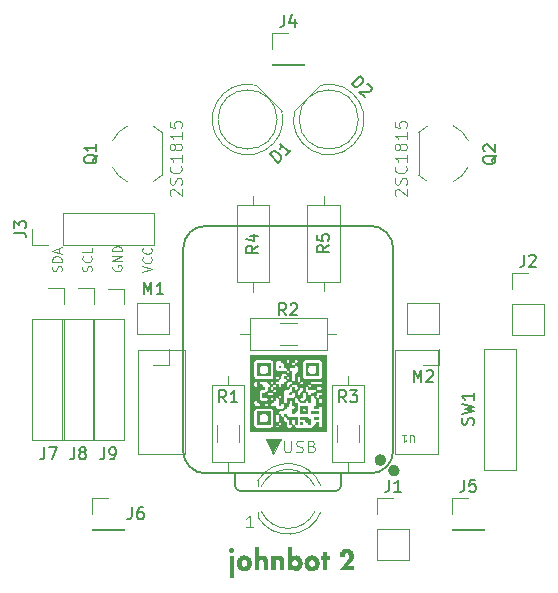
<source format=gbr>
%TF.GenerationSoftware,KiCad,Pcbnew,8.0.2-1*%
%TF.CreationDate,2025-03-04T20:19:02+09:00*%
%TF.ProjectId,test,74657374-2e6b-4696-9361-645f70636258,rev?*%
%TF.SameCoordinates,Original*%
%TF.FileFunction,Legend,Top*%
%TF.FilePolarity,Positive*%
%FSLAX46Y46*%
G04 Gerber Fmt 4.6, Leading zero omitted, Abs format (unit mm)*
G04 Created by KiCad (PCBNEW 8.0.2-1) date 2025-03-04 20:19:02*
%MOMM*%
%LPD*%
G01*
G04 APERTURE LIST*
%ADD10C,0.100000*%
%ADD11C,0.200000*%
%ADD12C,0.150000*%
%ADD13C,0.101600*%
%ADD14C,0.120000*%
%ADD15C,0.504000*%
%ADD16C,0.127000*%
%ADD17C,0.000000*%
G04 APERTURE END LIST*
D10*
X143319500Y-115530000D02*
X142684500Y-114260000D01*
X143954500Y-114260000D01*
X143319500Y-115530000D01*
G36*
X143319500Y-115530000D02*
G01*
X142684500Y-114260000D01*
X143954500Y-114260000D01*
X143319500Y-115530000D01*
G37*
X144258384Y-114402419D02*
X144258384Y-115211942D01*
X144258384Y-115211942D02*
X144306003Y-115307180D01*
X144306003Y-115307180D02*
X144353622Y-115354800D01*
X144353622Y-115354800D02*
X144448860Y-115402419D01*
X144448860Y-115402419D02*
X144639336Y-115402419D01*
X144639336Y-115402419D02*
X144734574Y-115354800D01*
X144734574Y-115354800D02*
X144782193Y-115307180D01*
X144782193Y-115307180D02*
X144829812Y-115211942D01*
X144829812Y-115211942D02*
X144829812Y-114402419D01*
X145258384Y-115354800D02*
X145401241Y-115402419D01*
X145401241Y-115402419D02*
X145639336Y-115402419D01*
X145639336Y-115402419D02*
X145734574Y-115354800D01*
X145734574Y-115354800D02*
X145782193Y-115307180D01*
X145782193Y-115307180D02*
X145829812Y-115211942D01*
X145829812Y-115211942D02*
X145829812Y-115116704D01*
X145829812Y-115116704D02*
X145782193Y-115021466D01*
X145782193Y-115021466D02*
X145734574Y-114973847D01*
X145734574Y-114973847D02*
X145639336Y-114926228D01*
X145639336Y-114926228D02*
X145448860Y-114878609D01*
X145448860Y-114878609D02*
X145353622Y-114830990D01*
X145353622Y-114830990D02*
X145306003Y-114783371D01*
X145306003Y-114783371D02*
X145258384Y-114688133D01*
X145258384Y-114688133D02*
X145258384Y-114592895D01*
X145258384Y-114592895D02*
X145306003Y-114497657D01*
X145306003Y-114497657D02*
X145353622Y-114450038D01*
X145353622Y-114450038D02*
X145448860Y-114402419D01*
X145448860Y-114402419D02*
X145686955Y-114402419D01*
X145686955Y-114402419D02*
X145829812Y-114450038D01*
X146591717Y-114878609D02*
X146734574Y-114926228D01*
X146734574Y-114926228D02*
X146782193Y-114973847D01*
X146782193Y-114973847D02*
X146829812Y-115069085D01*
X146829812Y-115069085D02*
X146829812Y-115211942D01*
X146829812Y-115211942D02*
X146782193Y-115307180D01*
X146782193Y-115307180D02*
X146734574Y-115354800D01*
X146734574Y-115354800D02*
X146639336Y-115402419D01*
X146639336Y-115402419D02*
X146258384Y-115402419D01*
X146258384Y-115402419D02*
X146258384Y-114402419D01*
X146258384Y-114402419D02*
X146591717Y-114402419D01*
X146591717Y-114402419D02*
X146686955Y-114450038D01*
X146686955Y-114450038D02*
X146734574Y-114497657D01*
X146734574Y-114497657D02*
X146782193Y-114592895D01*
X146782193Y-114592895D02*
X146782193Y-114688133D01*
X146782193Y-114688133D02*
X146734574Y-114783371D01*
X146734574Y-114783371D02*
X146686955Y-114830990D01*
X146686955Y-114830990D02*
X146591717Y-114878609D01*
X146591717Y-114878609D02*
X146258384Y-114878609D01*
X141607193Y-121752419D02*
X141035765Y-121752419D01*
X141321479Y-121752419D02*
X141321479Y-120752419D01*
X141321479Y-120752419D02*
X141226241Y-120895276D01*
X141226241Y-120895276D02*
X141131003Y-120990514D01*
X141131003Y-120990514D02*
X141035765Y-121038133D01*
X153670000Y-106743500D02*
X157289500Y-106743500D01*
X157289500Y-115530000D01*
X153670000Y-115530000D01*
X153670000Y-106743500D01*
X131889500Y-106743500D02*
X135890000Y-106743500D01*
X135890000Y-115530000D01*
X131889500Y-115530000D01*
X131889500Y-106743500D01*
D11*
G36*
X140001893Y-124178614D02*
G01*
X140001893Y-126012194D01*
X139626736Y-126012194D01*
X139626736Y-124178614D01*
X140001893Y-124178614D01*
G37*
G36*
X139603289Y-123700289D02*
G01*
X139616829Y-123615848D01*
X139619775Y-123607696D01*
X139659887Y-123537542D01*
X139665204Y-123531297D01*
X139725185Y-123483438D01*
X139732249Y-123479811D01*
X139806185Y-123461290D01*
X139814315Y-123461126D01*
X139888821Y-123476472D01*
X139896014Y-123479811D01*
X139957613Y-123525271D01*
X139963058Y-123531297D01*
X140005287Y-123599617D01*
X140008488Y-123607696D01*
X140025192Y-123691079D01*
X140025340Y-123700289D01*
X140011499Y-123784659D01*
X140008488Y-123792881D01*
X139968376Y-123863035D01*
X139963058Y-123869280D01*
X139900784Y-123918327D01*
X139896014Y-123920767D01*
X139822441Y-123939287D01*
X139814315Y-123939451D01*
X139741946Y-123925146D01*
X139732249Y-123920767D01*
X139670712Y-123875236D01*
X139665204Y-123869280D01*
X139622976Y-123800961D01*
X139619775Y-123792881D01*
X139603434Y-123709428D01*
X139603289Y-123700289D01*
G37*
G36*
X140966075Y-124129375D02*
G01*
X141039311Y-124141100D01*
X141116877Y-124163296D01*
X141146781Y-124174877D01*
X141217664Y-124209351D01*
X141282393Y-124251529D01*
X141346488Y-124306823D01*
X141351945Y-124312312D01*
X141407303Y-124376804D01*
X141453483Y-124449243D01*
X141487500Y-124521995D01*
X141513003Y-124600545D01*
X141529060Y-124684123D01*
X141535671Y-124772728D01*
X141535860Y-124791053D01*
X141531030Y-124880445D01*
X141516540Y-124964891D01*
X141492390Y-125044389D01*
X141486401Y-125059696D01*
X141448069Y-125139410D01*
X141401078Y-125211274D01*
X141350846Y-125269793D01*
X141287795Y-125325600D01*
X141223338Y-125368160D01*
X141152083Y-125402934D01*
X141144583Y-125405983D01*
X141067282Y-125431382D01*
X140994346Y-125446199D01*
X140918222Y-125453395D01*
X140883366Y-125454148D01*
X140807119Y-125450338D01*
X140734177Y-125438908D01*
X140657004Y-125417272D01*
X140627277Y-125405983D01*
X140557152Y-125371866D01*
X140493325Y-125329720D01*
X140430388Y-125274087D01*
X140425044Y-125268548D01*
X140370938Y-125202865D01*
X140325490Y-125129137D01*
X140291687Y-125055128D01*
X140266378Y-124974819D01*
X140250443Y-124889076D01*
X140243881Y-124797899D01*
X140243763Y-124786070D01*
X140644862Y-124786070D01*
X140655083Y-124871432D01*
X140664646Y-124901915D01*
X140703161Y-124975550D01*
X140716670Y-124993261D01*
X140775220Y-125043602D01*
X140794339Y-125053883D01*
X140867880Y-125074440D01*
X140889594Y-125075474D01*
X140962134Y-125063329D01*
X140984848Y-125053883D01*
X141047433Y-125009503D01*
X141062151Y-124993261D01*
X141105272Y-124924167D01*
X141114541Y-124901915D01*
X141133432Y-124818379D01*
X141134691Y-124788562D01*
X141123357Y-124704637D01*
X141114541Y-124678115D01*
X141075803Y-124604480D01*
X141062151Y-124586768D01*
X141001296Y-124534857D01*
X140984848Y-124526147D01*
X140911432Y-124505194D01*
X140889594Y-124504141D01*
X140814299Y-124517572D01*
X140794339Y-124526147D01*
X140731531Y-124570527D01*
X140716670Y-124586768D01*
X140673897Y-124655102D01*
X140664646Y-124676869D01*
X140646099Y-124757447D01*
X140644862Y-124786070D01*
X140243763Y-124786070D01*
X140243693Y-124779012D01*
X140248380Y-124694680D01*
X140264363Y-124606129D01*
X140291687Y-124521995D01*
X140329350Y-124443748D01*
X140375845Y-124372861D01*
X140425777Y-124314804D01*
X140488777Y-124258515D01*
X140552662Y-124215177D01*
X140622843Y-124179300D01*
X140630208Y-124176123D01*
X140706543Y-124149410D01*
X140778916Y-124133827D01*
X140854766Y-124126258D01*
X140889594Y-124125467D01*
X140966075Y-124129375D01*
G37*
G36*
X141760442Y-123407979D02*
G01*
X142135599Y-123407979D01*
X142135599Y-124334319D01*
X142188752Y-124268489D01*
X142247330Y-124215812D01*
X142291670Y-124189409D01*
X142366352Y-124163864D01*
X142444868Y-124152953D01*
X142477416Y-124152040D01*
X142561142Y-124158140D01*
X142635367Y-124176439D01*
X142708559Y-124212290D01*
X142769342Y-124264075D01*
X142782598Y-124279511D01*
X142827798Y-124348825D01*
X142860084Y-124429299D01*
X142879455Y-124520931D01*
X142885812Y-124610263D01*
X142885913Y-124623722D01*
X142885913Y-125401001D01*
X142510756Y-125401001D01*
X142510756Y-124785240D01*
X142507550Y-124701574D01*
X142497933Y-124635763D01*
X142466566Y-124560194D01*
X142456167Y-124547738D01*
X142389073Y-124505789D01*
X142334534Y-124497497D01*
X142258850Y-124510054D01*
X142193477Y-124555157D01*
X142186890Y-124563101D01*
X142150074Y-124636623D01*
X142136400Y-124720415D01*
X142135599Y-124749947D01*
X142135599Y-125401001D01*
X141760442Y-125401001D01*
X141760442Y-123407979D01*
G37*
G36*
X143154091Y-124178614D02*
G01*
X143529248Y-124178614D01*
X143529248Y-124333488D01*
X143582402Y-124267895D01*
X143640980Y-124215364D01*
X143685319Y-124188994D01*
X143760002Y-124163733D01*
X143838517Y-124152942D01*
X143871066Y-124152040D01*
X143944582Y-124156996D01*
X144021642Y-124175630D01*
X144063774Y-124193977D01*
X144129671Y-124236984D01*
X144186311Y-124293342D01*
X144200794Y-124311897D01*
X144241180Y-124381732D01*
X144263076Y-124450163D01*
X144275940Y-124536990D01*
X144279562Y-124623722D01*
X144279562Y-125401001D01*
X143904405Y-125401001D01*
X143904405Y-124783994D01*
X143901097Y-124697547D01*
X143892682Y-124637424D01*
X143862375Y-124561138D01*
X143852015Y-124547738D01*
X143795229Y-124507462D01*
X143728184Y-124495421D01*
X143652500Y-124507978D01*
X143587127Y-124553081D01*
X143580539Y-124561025D01*
X143543724Y-124634845D01*
X143530050Y-124718747D01*
X143529248Y-124748286D01*
X143529248Y-125401001D01*
X143154091Y-125401001D01*
X143154091Y-124178614D01*
G37*
G36*
X144922898Y-124281587D02*
G01*
X144985962Y-124218166D01*
X145055583Y-124170323D01*
X145131761Y-124138056D01*
X145214495Y-124121366D01*
X145264716Y-124118823D01*
X145338926Y-124123851D01*
X145415846Y-124140997D01*
X145487832Y-124170310D01*
X145554051Y-124210024D01*
X145618194Y-124263197D01*
X145660756Y-124309821D01*
X145710232Y-124379966D01*
X145747891Y-124452062D01*
X145773229Y-124516597D01*
X145796382Y-124600054D01*
X145809925Y-124687141D01*
X145813896Y-124769462D01*
X145809817Y-124853477D01*
X145795909Y-124942148D01*
X145772130Y-125026894D01*
X145739686Y-125105712D01*
X145699275Y-125177170D01*
X145655627Y-125235746D01*
X145601084Y-125292418D01*
X145540220Y-125340259D01*
X145479405Y-125376088D01*
X145407774Y-125405401D01*
X145332420Y-125422546D01*
X145260686Y-125427574D01*
X145183621Y-125421604D01*
X145101720Y-125399547D01*
X145028445Y-125361237D01*
X144963796Y-125306675D01*
X144922898Y-125257752D01*
X144922898Y-125401001D01*
X144547741Y-125401001D01*
X144547741Y-124774444D01*
X144912273Y-124774444D01*
X144923901Y-124859018D01*
X144931324Y-124881154D01*
X144972794Y-124953349D01*
X144985180Y-124967518D01*
X145046145Y-125015994D01*
X145065780Y-125026479D01*
X145138114Y-125047499D01*
X145163599Y-125048900D01*
X145237032Y-125036989D01*
X145259953Y-125027724D01*
X145323557Y-124984500D01*
X145338721Y-124968764D01*
X145382764Y-124902377D01*
X145392211Y-124881154D01*
X145411745Y-124800261D01*
X145412727Y-124776520D01*
X145400876Y-124691582D01*
X145393310Y-124668980D01*
X145354151Y-124597545D01*
X145339821Y-124580540D01*
X145279302Y-124530879D01*
X145259953Y-124520334D01*
X145187619Y-124498925D01*
X145161401Y-124497497D01*
X145087762Y-124509642D01*
X145064681Y-124519088D01*
X145001426Y-124562313D01*
X144986279Y-124578049D01*
X144942013Y-124645196D01*
X144932423Y-124666904D01*
X144913238Y-124749856D01*
X144912273Y-124774444D01*
X144547741Y-124774444D01*
X144547741Y-123407979D01*
X144922898Y-123407979D01*
X144922898Y-124281587D01*
G37*
G36*
X146694547Y-124129375D02*
G01*
X146767782Y-124141100D01*
X146845349Y-124163296D01*
X146875253Y-124174877D01*
X146946136Y-124209351D01*
X147010865Y-124251529D01*
X147074960Y-124306823D01*
X147080417Y-124312312D01*
X147135775Y-124376804D01*
X147181954Y-124449243D01*
X147215972Y-124521995D01*
X147241474Y-124600545D01*
X147257531Y-124684123D01*
X147264143Y-124772728D01*
X147264332Y-124791053D01*
X147259502Y-124880445D01*
X147245012Y-124964891D01*
X147220862Y-125044389D01*
X147214873Y-125059696D01*
X147176541Y-125139410D01*
X147129550Y-125211274D01*
X147079318Y-125269793D01*
X147016267Y-125325600D01*
X146951809Y-125368160D01*
X146880554Y-125402934D01*
X146873055Y-125405983D01*
X146795754Y-125431382D01*
X146722817Y-125446199D01*
X146646693Y-125453395D01*
X146611837Y-125454148D01*
X146535591Y-125450338D01*
X146462648Y-125438908D01*
X146385476Y-125417272D01*
X146355749Y-125405983D01*
X146285624Y-125371866D01*
X146221797Y-125329720D01*
X146158859Y-125274087D01*
X146153516Y-125268548D01*
X146099410Y-125202865D01*
X146053962Y-125129137D01*
X146020159Y-125055128D01*
X145994850Y-124974819D01*
X145978914Y-124889076D01*
X145972353Y-124797899D01*
X145972235Y-124786070D01*
X146373334Y-124786070D01*
X146383554Y-124871432D01*
X146393118Y-124901915D01*
X146431633Y-124975550D01*
X146445142Y-124993261D01*
X146503692Y-125043602D01*
X146522811Y-125053883D01*
X146596352Y-125074440D01*
X146618065Y-125075474D01*
X146690606Y-125063329D01*
X146713320Y-125053883D01*
X146775904Y-125009503D01*
X146790623Y-124993261D01*
X146833744Y-124924167D01*
X146843013Y-124901915D01*
X146861904Y-124818379D01*
X146863163Y-124788562D01*
X146851829Y-124704637D01*
X146843013Y-124678115D01*
X146804275Y-124604480D01*
X146790623Y-124586768D01*
X146729768Y-124534857D01*
X146713320Y-124526147D01*
X146639904Y-124505194D01*
X146618065Y-124504141D01*
X146542771Y-124517572D01*
X146522811Y-124526147D01*
X146460003Y-124570527D01*
X146445142Y-124586768D01*
X146402369Y-124655102D01*
X146393118Y-124676869D01*
X146374571Y-124757447D01*
X146373334Y-124786070D01*
X145972235Y-124786070D01*
X145972165Y-124779012D01*
X145976852Y-124694680D01*
X145992834Y-124606129D01*
X146020159Y-124521995D01*
X146057822Y-124443748D01*
X146104317Y-124372861D01*
X146154248Y-124314804D01*
X146217249Y-124258515D01*
X146281133Y-124215177D01*
X146351315Y-124179300D01*
X146358680Y-124176123D01*
X146435015Y-124149410D01*
X146507388Y-124133827D01*
X146583238Y-124126258D01*
X146618065Y-124125467D01*
X146694547Y-124129375D01*
G37*
G36*
X147893379Y-124550645D02*
G01*
X147893379Y-125401001D01*
X147518222Y-125401001D01*
X147518222Y-124550645D01*
X147400986Y-124550645D01*
X147400986Y-124178614D01*
X147518222Y-124178614D01*
X147518222Y-123806583D01*
X147893379Y-123806583D01*
X147893379Y-124178614D01*
X148127853Y-124178614D01*
X148127853Y-124550645D01*
X147893379Y-124550645D01*
G37*
G36*
X150186820Y-125401001D02*
G01*
X148912605Y-125401001D01*
X149303882Y-124930980D01*
X149359751Y-124862927D01*
X149410855Y-124798903D01*
X149464452Y-124729300D01*
X149511563Y-124665182D01*
X149546781Y-124614587D01*
X149592676Y-124544703D01*
X149635309Y-124474603D01*
X149674850Y-124400974D01*
X149677573Y-124395355D01*
X149710595Y-124318756D01*
X149730696Y-124250031D01*
X149741155Y-124165288D01*
X149741321Y-124155362D01*
X149729964Y-124075226D01*
X149695892Y-124006301D01*
X149640937Y-123957721D01*
X149568179Y-123939469D01*
X149565466Y-123939451D01*
X149491735Y-123955229D01*
X149436139Y-124002564D01*
X149399835Y-124078527D01*
X149389611Y-124160345D01*
X149395839Y-124238405D01*
X148944112Y-124238405D01*
X148947677Y-124152620D01*
X148959999Y-124062619D01*
X148981122Y-123978214D01*
X148989175Y-123953984D01*
X149020881Y-123877283D01*
X149063940Y-123800967D01*
X149115571Y-123733091D01*
X149175037Y-123674487D01*
X149241603Y-123625990D01*
X149308278Y-123590673D01*
X149380263Y-123564397D01*
X149456541Y-123547854D01*
X149537113Y-123541042D01*
X149553742Y-123540847D01*
X149634013Y-123545551D01*
X149710420Y-123559661D01*
X149782963Y-123583179D01*
X149797008Y-123589012D01*
X149870237Y-123626688D01*
X149936280Y-123673490D01*
X149990082Y-123723956D01*
X150042008Y-123787207D01*
X150085449Y-123858211D01*
X150117577Y-123929486D01*
X150143650Y-124013581D01*
X150158900Y-124102581D01*
X150163372Y-124187749D01*
X150157970Y-124278682D01*
X150141763Y-124365155D01*
X150114751Y-124447167D01*
X150108051Y-124463035D01*
X150067336Y-124542314D01*
X150019803Y-124614776D01*
X149968890Y-124680068D01*
X149932929Y-124721297D01*
X149673177Y-125002396D01*
X150186820Y-125002396D01*
X150186820Y-125401001D01*
G37*
D10*
X132256395Y-100148020D02*
X133056395Y-99881353D01*
X133056395Y-99881353D02*
X132256395Y-99614687D01*
X132980204Y-98890877D02*
X133018300Y-98928973D01*
X133018300Y-98928973D02*
X133056395Y-99043258D01*
X133056395Y-99043258D02*
X133056395Y-99119449D01*
X133056395Y-99119449D02*
X133018300Y-99233735D01*
X133018300Y-99233735D02*
X132942109Y-99309925D01*
X132942109Y-99309925D02*
X132865919Y-99348020D01*
X132865919Y-99348020D02*
X132713538Y-99386116D01*
X132713538Y-99386116D02*
X132599252Y-99386116D01*
X132599252Y-99386116D02*
X132446871Y-99348020D01*
X132446871Y-99348020D02*
X132370680Y-99309925D01*
X132370680Y-99309925D02*
X132294490Y-99233735D01*
X132294490Y-99233735D02*
X132256395Y-99119449D01*
X132256395Y-99119449D02*
X132256395Y-99043258D01*
X132256395Y-99043258D02*
X132294490Y-98928973D01*
X132294490Y-98928973D02*
X132332585Y-98890877D01*
X132980204Y-98090877D02*
X133018300Y-98128973D01*
X133018300Y-98128973D02*
X133056395Y-98243258D01*
X133056395Y-98243258D02*
X133056395Y-98319449D01*
X133056395Y-98319449D02*
X133018300Y-98433735D01*
X133018300Y-98433735D02*
X132942109Y-98509925D01*
X132942109Y-98509925D02*
X132865919Y-98548020D01*
X132865919Y-98548020D02*
X132713538Y-98586116D01*
X132713538Y-98586116D02*
X132599252Y-98586116D01*
X132599252Y-98586116D02*
X132446871Y-98548020D01*
X132446871Y-98548020D02*
X132370680Y-98509925D01*
X132370680Y-98509925D02*
X132294490Y-98433735D01*
X132294490Y-98433735D02*
X132256395Y-98319449D01*
X132256395Y-98319449D02*
X132256395Y-98243258D01*
X132256395Y-98243258D02*
X132294490Y-98128973D01*
X132294490Y-98128973D02*
X132332585Y-98090877D01*
X134667157Y-93683734D02*
X134619538Y-93636115D01*
X134619538Y-93636115D02*
X134571919Y-93540877D01*
X134571919Y-93540877D02*
X134571919Y-93302782D01*
X134571919Y-93302782D02*
X134619538Y-93207544D01*
X134619538Y-93207544D02*
X134667157Y-93159925D01*
X134667157Y-93159925D02*
X134762395Y-93112306D01*
X134762395Y-93112306D02*
X134857633Y-93112306D01*
X134857633Y-93112306D02*
X135000490Y-93159925D01*
X135000490Y-93159925D02*
X135571919Y-93731353D01*
X135571919Y-93731353D02*
X135571919Y-93112306D01*
X135524300Y-92731353D02*
X135571919Y-92588496D01*
X135571919Y-92588496D02*
X135571919Y-92350401D01*
X135571919Y-92350401D02*
X135524300Y-92255163D01*
X135524300Y-92255163D02*
X135476680Y-92207544D01*
X135476680Y-92207544D02*
X135381442Y-92159925D01*
X135381442Y-92159925D02*
X135286204Y-92159925D01*
X135286204Y-92159925D02*
X135190966Y-92207544D01*
X135190966Y-92207544D02*
X135143347Y-92255163D01*
X135143347Y-92255163D02*
X135095728Y-92350401D01*
X135095728Y-92350401D02*
X135048109Y-92540877D01*
X135048109Y-92540877D02*
X135000490Y-92636115D01*
X135000490Y-92636115D02*
X134952871Y-92683734D01*
X134952871Y-92683734D02*
X134857633Y-92731353D01*
X134857633Y-92731353D02*
X134762395Y-92731353D01*
X134762395Y-92731353D02*
X134667157Y-92683734D01*
X134667157Y-92683734D02*
X134619538Y-92636115D01*
X134619538Y-92636115D02*
X134571919Y-92540877D01*
X134571919Y-92540877D02*
X134571919Y-92302782D01*
X134571919Y-92302782D02*
X134619538Y-92159925D01*
X135476680Y-91159925D02*
X135524300Y-91207544D01*
X135524300Y-91207544D02*
X135571919Y-91350401D01*
X135571919Y-91350401D02*
X135571919Y-91445639D01*
X135571919Y-91445639D02*
X135524300Y-91588496D01*
X135524300Y-91588496D02*
X135429061Y-91683734D01*
X135429061Y-91683734D02*
X135333823Y-91731353D01*
X135333823Y-91731353D02*
X135143347Y-91778972D01*
X135143347Y-91778972D02*
X135000490Y-91778972D01*
X135000490Y-91778972D02*
X134810014Y-91731353D01*
X134810014Y-91731353D02*
X134714776Y-91683734D01*
X134714776Y-91683734D02*
X134619538Y-91588496D01*
X134619538Y-91588496D02*
X134571919Y-91445639D01*
X134571919Y-91445639D02*
X134571919Y-91350401D01*
X134571919Y-91350401D02*
X134619538Y-91207544D01*
X134619538Y-91207544D02*
X134667157Y-91159925D01*
X135571919Y-90207544D02*
X135571919Y-90778972D01*
X135571919Y-90493258D02*
X134571919Y-90493258D01*
X134571919Y-90493258D02*
X134714776Y-90588496D01*
X134714776Y-90588496D02*
X134810014Y-90683734D01*
X134810014Y-90683734D02*
X134857633Y-90778972D01*
X135000490Y-89636115D02*
X134952871Y-89731353D01*
X134952871Y-89731353D02*
X134905252Y-89778972D01*
X134905252Y-89778972D02*
X134810014Y-89826591D01*
X134810014Y-89826591D02*
X134762395Y-89826591D01*
X134762395Y-89826591D02*
X134667157Y-89778972D01*
X134667157Y-89778972D02*
X134619538Y-89731353D01*
X134619538Y-89731353D02*
X134571919Y-89636115D01*
X134571919Y-89636115D02*
X134571919Y-89445639D01*
X134571919Y-89445639D02*
X134619538Y-89350401D01*
X134619538Y-89350401D02*
X134667157Y-89302782D01*
X134667157Y-89302782D02*
X134762395Y-89255163D01*
X134762395Y-89255163D02*
X134810014Y-89255163D01*
X134810014Y-89255163D02*
X134905252Y-89302782D01*
X134905252Y-89302782D02*
X134952871Y-89350401D01*
X134952871Y-89350401D02*
X135000490Y-89445639D01*
X135000490Y-89445639D02*
X135000490Y-89636115D01*
X135000490Y-89636115D02*
X135048109Y-89731353D01*
X135048109Y-89731353D02*
X135095728Y-89778972D01*
X135095728Y-89778972D02*
X135190966Y-89826591D01*
X135190966Y-89826591D02*
X135381442Y-89826591D01*
X135381442Y-89826591D02*
X135476680Y-89778972D01*
X135476680Y-89778972D02*
X135524300Y-89731353D01*
X135524300Y-89731353D02*
X135571919Y-89636115D01*
X135571919Y-89636115D02*
X135571919Y-89445639D01*
X135571919Y-89445639D02*
X135524300Y-89350401D01*
X135524300Y-89350401D02*
X135476680Y-89302782D01*
X135476680Y-89302782D02*
X135381442Y-89255163D01*
X135381442Y-89255163D02*
X135190966Y-89255163D01*
X135190966Y-89255163D02*
X135095728Y-89302782D01*
X135095728Y-89302782D02*
X135048109Y-89350401D01*
X135048109Y-89350401D02*
X135000490Y-89445639D01*
X135571919Y-88302782D02*
X135571919Y-88874210D01*
X135571919Y-88588496D02*
X134571919Y-88588496D01*
X134571919Y-88588496D02*
X134714776Y-88683734D01*
X134714776Y-88683734D02*
X134810014Y-88778972D01*
X134810014Y-88778972D02*
X134857633Y-88874210D01*
X134571919Y-87398020D02*
X134571919Y-87874210D01*
X134571919Y-87874210D02*
X135048109Y-87921829D01*
X135048109Y-87921829D02*
X135000490Y-87874210D01*
X135000490Y-87874210D02*
X134952871Y-87778972D01*
X134952871Y-87778972D02*
X134952871Y-87540877D01*
X134952871Y-87540877D02*
X135000490Y-87445639D01*
X135000490Y-87445639D02*
X135048109Y-87398020D01*
X135048109Y-87398020D02*
X135143347Y-87350401D01*
X135143347Y-87350401D02*
X135381442Y-87350401D01*
X135381442Y-87350401D02*
X135476680Y-87398020D01*
X135476680Y-87398020D02*
X135524300Y-87445639D01*
X135524300Y-87445639D02*
X135571919Y-87540877D01*
X135571919Y-87540877D02*
X135571919Y-87778972D01*
X135571919Y-87778972D02*
X135524300Y-87874210D01*
X135524300Y-87874210D02*
X135476680Y-87921829D01*
X125368300Y-100071830D02*
X125406395Y-99957544D01*
X125406395Y-99957544D02*
X125406395Y-99767068D01*
X125406395Y-99767068D02*
X125368300Y-99690877D01*
X125368300Y-99690877D02*
X125330204Y-99652782D01*
X125330204Y-99652782D02*
X125254014Y-99614687D01*
X125254014Y-99614687D02*
X125177823Y-99614687D01*
X125177823Y-99614687D02*
X125101633Y-99652782D01*
X125101633Y-99652782D02*
X125063538Y-99690877D01*
X125063538Y-99690877D02*
X125025442Y-99767068D01*
X125025442Y-99767068D02*
X124987347Y-99919449D01*
X124987347Y-99919449D02*
X124949252Y-99995639D01*
X124949252Y-99995639D02*
X124911157Y-100033734D01*
X124911157Y-100033734D02*
X124834966Y-100071830D01*
X124834966Y-100071830D02*
X124758776Y-100071830D01*
X124758776Y-100071830D02*
X124682585Y-100033734D01*
X124682585Y-100033734D02*
X124644490Y-99995639D01*
X124644490Y-99995639D02*
X124606395Y-99919449D01*
X124606395Y-99919449D02*
X124606395Y-99728972D01*
X124606395Y-99728972D02*
X124644490Y-99614687D01*
X125406395Y-99271829D02*
X124606395Y-99271829D01*
X124606395Y-99271829D02*
X124606395Y-99081353D01*
X124606395Y-99081353D02*
X124644490Y-98967067D01*
X124644490Y-98967067D02*
X124720680Y-98890877D01*
X124720680Y-98890877D02*
X124796871Y-98852782D01*
X124796871Y-98852782D02*
X124949252Y-98814686D01*
X124949252Y-98814686D02*
X125063538Y-98814686D01*
X125063538Y-98814686D02*
X125215919Y-98852782D01*
X125215919Y-98852782D02*
X125292109Y-98890877D01*
X125292109Y-98890877D02*
X125368300Y-98967067D01*
X125368300Y-98967067D02*
X125406395Y-99081353D01*
X125406395Y-99081353D02*
X125406395Y-99271829D01*
X125177823Y-98509925D02*
X125177823Y-98128972D01*
X125406395Y-98586115D02*
X124606395Y-98319448D01*
X124606395Y-98319448D02*
X125406395Y-98052782D01*
X129754490Y-99614687D02*
X129716395Y-99690877D01*
X129716395Y-99690877D02*
X129716395Y-99805163D01*
X129716395Y-99805163D02*
X129754490Y-99919449D01*
X129754490Y-99919449D02*
X129830680Y-99995639D01*
X129830680Y-99995639D02*
X129906871Y-100033734D01*
X129906871Y-100033734D02*
X130059252Y-100071830D01*
X130059252Y-100071830D02*
X130173538Y-100071830D01*
X130173538Y-100071830D02*
X130325919Y-100033734D01*
X130325919Y-100033734D02*
X130402109Y-99995639D01*
X130402109Y-99995639D02*
X130478300Y-99919449D01*
X130478300Y-99919449D02*
X130516395Y-99805163D01*
X130516395Y-99805163D02*
X130516395Y-99728972D01*
X130516395Y-99728972D02*
X130478300Y-99614687D01*
X130478300Y-99614687D02*
X130440204Y-99576591D01*
X130440204Y-99576591D02*
X130173538Y-99576591D01*
X130173538Y-99576591D02*
X130173538Y-99728972D01*
X130516395Y-99233734D02*
X129716395Y-99233734D01*
X129716395Y-99233734D02*
X130516395Y-98776591D01*
X130516395Y-98776591D02*
X129716395Y-98776591D01*
X130516395Y-98395639D02*
X129716395Y-98395639D01*
X129716395Y-98395639D02*
X129716395Y-98205163D01*
X129716395Y-98205163D02*
X129754490Y-98090877D01*
X129754490Y-98090877D02*
X129830680Y-98014687D01*
X129830680Y-98014687D02*
X129906871Y-97976592D01*
X129906871Y-97976592D02*
X130059252Y-97938496D01*
X130059252Y-97938496D02*
X130173538Y-97938496D01*
X130173538Y-97938496D02*
X130325919Y-97976592D01*
X130325919Y-97976592D02*
X130402109Y-98014687D01*
X130402109Y-98014687D02*
X130478300Y-98090877D01*
X130478300Y-98090877D02*
X130516395Y-98205163D01*
X130516395Y-98205163D02*
X130516395Y-98395639D01*
X153717157Y-93683734D02*
X153669538Y-93636115D01*
X153669538Y-93636115D02*
X153621919Y-93540877D01*
X153621919Y-93540877D02*
X153621919Y-93302782D01*
X153621919Y-93302782D02*
X153669538Y-93207544D01*
X153669538Y-93207544D02*
X153717157Y-93159925D01*
X153717157Y-93159925D02*
X153812395Y-93112306D01*
X153812395Y-93112306D02*
X153907633Y-93112306D01*
X153907633Y-93112306D02*
X154050490Y-93159925D01*
X154050490Y-93159925D02*
X154621919Y-93731353D01*
X154621919Y-93731353D02*
X154621919Y-93112306D01*
X154574300Y-92731353D02*
X154621919Y-92588496D01*
X154621919Y-92588496D02*
X154621919Y-92350401D01*
X154621919Y-92350401D02*
X154574300Y-92255163D01*
X154574300Y-92255163D02*
X154526680Y-92207544D01*
X154526680Y-92207544D02*
X154431442Y-92159925D01*
X154431442Y-92159925D02*
X154336204Y-92159925D01*
X154336204Y-92159925D02*
X154240966Y-92207544D01*
X154240966Y-92207544D02*
X154193347Y-92255163D01*
X154193347Y-92255163D02*
X154145728Y-92350401D01*
X154145728Y-92350401D02*
X154098109Y-92540877D01*
X154098109Y-92540877D02*
X154050490Y-92636115D01*
X154050490Y-92636115D02*
X154002871Y-92683734D01*
X154002871Y-92683734D02*
X153907633Y-92731353D01*
X153907633Y-92731353D02*
X153812395Y-92731353D01*
X153812395Y-92731353D02*
X153717157Y-92683734D01*
X153717157Y-92683734D02*
X153669538Y-92636115D01*
X153669538Y-92636115D02*
X153621919Y-92540877D01*
X153621919Y-92540877D02*
X153621919Y-92302782D01*
X153621919Y-92302782D02*
X153669538Y-92159925D01*
X154526680Y-91159925D02*
X154574300Y-91207544D01*
X154574300Y-91207544D02*
X154621919Y-91350401D01*
X154621919Y-91350401D02*
X154621919Y-91445639D01*
X154621919Y-91445639D02*
X154574300Y-91588496D01*
X154574300Y-91588496D02*
X154479061Y-91683734D01*
X154479061Y-91683734D02*
X154383823Y-91731353D01*
X154383823Y-91731353D02*
X154193347Y-91778972D01*
X154193347Y-91778972D02*
X154050490Y-91778972D01*
X154050490Y-91778972D02*
X153860014Y-91731353D01*
X153860014Y-91731353D02*
X153764776Y-91683734D01*
X153764776Y-91683734D02*
X153669538Y-91588496D01*
X153669538Y-91588496D02*
X153621919Y-91445639D01*
X153621919Y-91445639D02*
X153621919Y-91350401D01*
X153621919Y-91350401D02*
X153669538Y-91207544D01*
X153669538Y-91207544D02*
X153717157Y-91159925D01*
X154621919Y-90207544D02*
X154621919Y-90778972D01*
X154621919Y-90493258D02*
X153621919Y-90493258D01*
X153621919Y-90493258D02*
X153764776Y-90588496D01*
X153764776Y-90588496D02*
X153860014Y-90683734D01*
X153860014Y-90683734D02*
X153907633Y-90778972D01*
X154050490Y-89636115D02*
X154002871Y-89731353D01*
X154002871Y-89731353D02*
X153955252Y-89778972D01*
X153955252Y-89778972D02*
X153860014Y-89826591D01*
X153860014Y-89826591D02*
X153812395Y-89826591D01*
X153812395Y-89826591D02*
X153717157Y-89778972D01*
X153717157Y-89778972D02*
X153669538Y-89731353D01*
X153669538Y-89731353D02*
X153621919Y-89636115D01*
X153621919Y-89636115D02*
X153621919Y-89445639D01*
X153621919Y-89445639D02*
X153669538Y-89350401D01*
X153669538Y-89350401D02*
X153717157Y-89302782D01*
X153717157Y-89302782D02*
X153812395Y-89255163D01*
X153812395Y-89255163D02*
X153860014Y-89255163D01*
X153860014Y-89255163D02*
X153955252Y-89302782D01*
X153955252Y-89302782D02*
X154002871Y-89350401D01*
X154002871Y-89350401D02*
X154050490Y-89445639D01*
X154050490Y-89445639D02*
X154050490Y-89636115D01*
X154050490Y-89636115D02*
X154098109Y-89731353D01*
X154098109Y-89731353D02*
X154145728Y-89778972D01*
X154145728Y-89778972D02*
X154240966Y-89826591D01*
X154240966Y-89826591D02*
X154431442Y-89826591D01*
X154431442Y-89826591D02*
X154526680Y-89778972D01*
X154526680Y-89778972D02*
X154574300Y-89731353D01*
X154574300Y-89731353D02*
X154621919Y-89636115D01*
X154621919Y-89636115D02*
X154621919Y-89445639D01*
X154621919Y-89445639D02*
X154574300Y-89350401D01*
X154574300Y-89350401D02*
X154526680Y-89302782D01*
X154526680Y-89302782D02*
X154431442Y-89255163D01*
X154431442Y-89255163D02*
X154240966Y-89255163D01*
X154240966Y-89255163D02*
X154145728Y-89302782D01*
X154145728Y-89302782D02*
X154098109Y-89350401D01*
X154098109Y-89350401D02*
X154050490Y-89445639D01*
X154621919Y-88302782D02*
X154621919Y-88874210D01*
X154621919Y-88588496D02*
X153621919Y-88588496D01*
X153621919Y-88588496D02*
X153764776Y-88683734D01*
X153764776Y-88683734D02*
X153860014Y-88778972D01*
X153860014Y-88778972D02*
X153907633Y-88874210D01*
X153621919Y-87398020D02*
X153621919Y-87874210D01*
X153621919Y-87874210D02*
X154098109Y-87921829D01*
X154098109Y-87921829D02*
X154050490Y-87874210D01*
X154050490Y-87874210D02*
X154002871Y-87778972D01*
X154002871Y-87778972D02*
X154002871Y-87540877D01*
X154002871Y-87540877D02*
X154050490Y-87445639D01*
X154050490Y-87445639D02*
X154098109Y-87398020D01*
X154098109Y-87398020D02*
X154193347Y-87350401D01*
X154193347Y-87350401D02*
X154431442Y-87350401D01*
X154431442Y-87350401D02*
X154526680Y-87398020D01*
X154526680Y-87398020D02*
X154574300Y-87445639D01*
X154574300Y-87445639D02*
X154621919Y-87540877D01*
X154621919Y-87540877D02*
X154621919Y-87778972D01*
X154621919Y-87778972D02*
X154574300Y-87874210D01*
X154574300Y-87874210D02*
X154526680Y-87921829D01*
X127938300Y-100071830D02*
X127976395Y-99957544D01*
X127976395Y-99957544D02*
X127976395Y-99767068D01*
X127976395Y-99767068D02*
X127938300Y-99690877D01*
X127938300Y-99690877D02*
X127900204Y-99652782D01*
X127900204Y-99652782D02*
X127824014Y-99614687D01*
X127824014Y-99614687D02*
X127747823Y-99614687D01*
X127747823Y-99614687D02*
X127671633Y-99652782D01*
X127671633Y-99652782D02*
X127633538Y-99690877D01*
X127633538Y-99690877D02*
X127595442Y-99767068D01*
X127595442Y-99767068D02*
X127557347Y-99919449D01*
X127557347Y-99919449D02*
X127519252Y-99995639D01*
X127519252Y-99995639D02*
X127481157Y-100033734D01*
X127481157Y-100033734D02*
X127404966Y-100071830D01*
X127404966Y-100071830D02*
X127328776Y-100071830D01*
X127328776Y-100071830D02*
X127252585Y-100033734D01*
X127252585Y-100033734D02*
X127214490Y-99995639D01*
X127214490Y-99995639D02*
X127176395Y-99919449D01*
X127176395Y-99919449D02*
X127176395Y-99728972D01*
X127176395Y-99728972D02*
X127214490Y-99614687D01*
X127900204Y-98814686D02*
X127938300Y-98852782D01*
X127938300Y-98852782D02*
X127976395Y-98967067D01*
X127976395Y-98967067D02*
X127976395Y-99043258D01*
X127976395Y-99043258D02*
X127938300Y-99157544D01*
X127938300Y-99157544D02*
X127862109Y-99233734D01*
X127862109Y-99233734D02*
X127785919Y-99271829D01*
X127785919Y-99271829D02*
X127633538Y-99309925D01*
X127633538Y-99309925D02*
X127519252Y-99309925D01*
X127519252Y-99309925D02*
X127366871Y-99271829D01*
X127366871Y-99271829D02*
X127290680Y-99233734D01*
X127290680Y-99233734D02*
X127214490Y-99157544D01*
X127214490Y-99157544D02*
X127176395Y-99043258D01*
X127176395Y-99043258D02*
X127176395Y-98967067D01*
X127176395Y-98967067D02*
X127214490Y-98852782D01*
X127214490Y-98852782D02*
X127252585Y-98814686D01*
X127976395Y-98090877D02*
X127976395Y-98471829D01*
X127976395Y-98471829D02*
X127176395Y-98471829D01*
D12*
X139342833Y-111158819D02*
X139009500Y-110682628D01*
X138771405Y-111158819D02*
X138771405Y-110158819D01*
X138771405Y-110158819D02*
X139152357Y-110158819D01*
X139152357Y-110158819D02*
X139247595Y-110206438D01*
X139247595Y-110206438D02*
X139295214Y-110254057D01*
X139295214Y-110254057D02*
X139342833Y-110349295D01*
X139342833Y-110349295D02*
X139342833Y-110492152D01*
X139342833Y-110492152D02*
X139295214Y-110587390D01*
X139295214Y-110587390D02*
X139247595Y-110635009D01*
X139247595Y-110635009D02*
X139152357Y-110682628D01*
X139152357Y-110682628D02*
X138771405Y-110682628D01*
X140295214Y-111158819D02*
X139723786Y-111158819D01*
X140009500Y-111158819D02*
X140009500Y-110158819D01*
X140009500Y-110158819D02*
X139914262Y-110301676D01*
X139914262Y-110301676D02*
X139819024Y-110396914D01*
X139819024Y-110396914D02*
X139723786Y-110444533D01*
X144422833Y-103792819D02*
X144089500Y-103316628D01*
X143851405Y-103792819D02*
X143851405Y-102792819D01*
X143851405Y-102792819D02*
X144232357Y-102792819D01*
X144232357Y-102792819D02*
X144327595Y-102840438D01*
X144327595Y-102840438D02*
X144375214Y-102888057D01*
X144375214Y-102888057D02*
X144422833Y-102983295D01*
X144422833Y-102983295D02*
X144422833Y-103126152D01*
X144422833Y-103126152D02*
X144375214Y-103221390D01*
X144375214Y-103221390D02*
X144327595Y-103269009D01*
X144327595Y-103269009D02*
X144232357Y-103316628D01*
X144232357Y-103316628D02*
X143851405Y-103316628D01*
X144803786Y-102888057D02*
X144851405Y-102840438D01*
X144851405Y-102840438D02*
X144946643Y-102792819D01*
X144946643Y-102792819D02*
X145184738Y-102792819D01*
X145184738Y-102792819D02*
X145279976Y-102840438D01*
X145279976Y-102840438D02*
X145327595Y-102888057D01*
X145327595Y-102888057D02*
X145375214Y-102983295D01*
X145375214Y-102983295D02*
X145375214Y-103078533D01*
X145375214Y-103078533D02*
X145327595Y-103221390D01*
X145327595Y-103221390D02*
X144756167Y-103792819D01*
X144756167Y-103792819D02*
X145375214Y-103792819D01*
X149502833Y-111158819D02*
X149169500Y-110682628D01*
X148931405Y-111158819D02*
X148931405Y-110158819D01*
X148931405Y-110158819D02*
X149312357Y-110158819D01*
X149312357Y-110158819D02*
X149407595Y-110206438D01*
X149407595Y-110206438D02*
X149455214Y-110254057D01*
X149455214Y-110254057D02*
X149502833Y-110349295D01*
X149502833Y-110349295D02*
X149502833Y-110492152D01*
X149502833Y-110492152D02*
X149455214Y-110587390D01*
X149455214Y-110587390D02*
X149407595Y-110635009D01*
X149407595Y-110635009D02*
X149312357Y-110682628D01*
X149312357Y-110682628D02*
X148931405Y-110682628D01*
X149836167Y-110158819D02*
X150455214Y-110158819D01*
X150455214Y-110158819D02*
X150121881Y-110539771D01*
X150121881Y-110539771D02*
X150264738Y-110539771D01*
X150264738Y-110539771D02*
X150359976Y-110587390D01*
X150359976Y-110587390D02*
X150407595Y-110635009D01*
X150407595Y-110635009D02*
X150455214Y-110730247D01*
X150455214Y-110730247D02*
X150455214Y-110968342D01*
X150455214Y-110968342D02*
X150407595Y-111063580D01*
X150407595Y-111063580D02*
X150359976Y-111111200D01*
X150359976Y-111111200D02*
X150264738Y-111158819D01*
X150264738Y-111158819D02*
X149979024Y-111158819D01*
X149979024Y-111158819D02*
X149883786Y-111111200D01*
X149883786Y-111111200D02*
X149836167Y-111063580D01*
X142044319Y-97916666D02*
X141568128Y-98249999D01*
X142044319Y-98488094D02*
X141044319Y-98488094D01*
X141044319Y-98488094D02*
X141044319Y-98107142D01*
X141044319Y-98107142D02*
X141091938Y-98011904D01*
X141091938Y-98011904D02*
X141139557Y-97964285D01*
X141139557Y-97964285D02*
X141234795Y-97916666D01*
X141234795Y-97916666D02*
X141377652Y-97916666D01*
X141377652Y-97916666D02*
X141472890Y-97964285D01*
X141472890Y-97964285D02*
X141520509Y-98011904D01*
X141520509Y-98011904D02*
X141568128Y-98107142D01*
X141568128Y-98107142D02*
X141568128Y-98488094D01*
X141377652Y-97059523D02*
X142044319Y-97059523D01*
X140996700Y-97297618D02*
X141710985Y-97535713D01*
X141710985Y-97535713D02*
X141710985Y-96916666D01*
X148044319Y-97865866D02*
X147568128Y-98199199D01*
X148044319Y-98437294D02*
X147044319Y-98437294D01*
X147044319Y-98437294D02*
X147044319Y-98056342D01*
X147044319Y-98056342D02*
X147091938Y-97961104D01*
X147091938Y-97961104D02*
X147139557Y-97913485D01*
X147139557Y-97913485D02*
X147234795Y-97865866D01*
X147234795Y-97865866D02*
X147377652Y-97865866D01*
X147377652Y-97865866D02*
X147472890Y-97913485D01*
X147472890Y-97913485D02*
X147520509Y-97961104D01*
X147520509Y-97961104D02*
X147568128Y-98056342D01*
X147568128Y-98056342D02*
X147568128Y-98437294D01*
X147044319Y-96961104D02*
X147044319Y-97437294D01*
X147044319Y-97437294D02*
X147520509Y-97484913D01*
X147520509Y-97484913D02*
X147472890Y-97437294D01*
X147472890Y-97437294D02*
X147425271Y-97342056D01*
X147425271Y-97342056D02*
X147425271Y-97103961D01*
X147425271Y-97103961D02*
X147472890Y-97008723D01*
X147472890Y-97008723D02*
X147520509Y-96961104D01*
X147520509Y-96961104D02*
X147615747Y-96913485D01*
X147615747Y-96913485D02*
X147853842Y-96913485D01*
X147853842Y-96913485D02*
X147949080Y-96961104D01*
X147949080Y-96961104D02*
X147996700Y-97008723D01*
X147996700Y-97008723D02*
X148044319Y-97103961D01*
X148044319Y-97103961D02*
X148044319Y-97342056D01*
X148044319Y-97342056D02*
X147996700Y-97437294D01*
X147996700Y-97437294D02*
X147949080Y-97484913D01*
X129016166Y-114984819D02*
X129016166Y-115699104D01*
X129016166Y-115699104D02*
X128968547Y-115841961D01*
X128968547Y-115841961D02*
X128873309Y-115937200D01*
X128873309Y-115937200D02*
X128730452Y-115984819D01*
X128730452Y-115984819D02*
X128635214Y-115984819D01*
X129539976Y-115984819D02*
X129730452Y-115984819D01*
X129730452Y-115984819D02*
X129825690Y-115937200D01*
X129825690Y-115937200D02*
X129873309Y-115889580D01*
X129873309Y-115889580D02*
X129968547Y-115746723D01*
X129968547Y-115746723D02*
X130016166Y-115556247D01*
X130016166Y-115556247D02*
X130016166Y-115175295D01*
X130016166Y-115175295D02*
X129968547Y-115080057D01*
X129968547Y-115080057D02*
X129920928Y-115032438D01*
X129920928Y-115032438D02*
X129825690Y-114984819D01*
X129825690Y-114984819D02*
X129635214Y-114984819D01*
X129635214Y-114984819D02*
X129539976Y-115032438D01*
X129539976Y-115032438D02*
X129492357Y-115080057D01*
X129492357Y-115080057D02*
X129444738Y-115175295D01*
X129444738Y-115175295D02*
X129444738Y-115413390D01*
X129444738Y-115413390D02*
X129492357Y-115508628D01*
X129492357Y-115508628D02*
X129539976Y-115556247D01*
X129539976Y-115556247D02*
X129635214Y-115603866D01*
X129635214Y-115603866D02*
X129825690Y-115603866D01*
X129825690Y-115603866D02*
X129920928Y-115556247D01*
X129920928Y-115556247D02*
X129968547Y-115508628D01*
X129968547Y-115508628D02*
X130016166Y-115413390D01*
X123936166Y-114984819D02*
X123936166Y-115699104D01*
X123936166Y-115699104D02*
X123888547Y-115841961D01*
X123888547Y-115841961D02*
X123793309Y-115937200D01*
X123793309Y-115937200D02*
X123650452Y-115984819D01*
X123650452Y-115984819D02*
X123555214Y-115984819D01*
X124317119Y-114984819D02*
X124983785Y-114984819D01*
X124983785Y-114984819D02*
X124555214Y-115984819D01*
X144256166Y-78364819D02*
X144256166Y-79079104D01*
X144256166Y-79079104D02*
X144208547Y-79221961D01*
X144208547Y-79221961D02*
X144113309Y-79317200D01*
X144113309Y-79317200D02*
X143970452Y-79364819D01*
X143970452Y-79364819D02*
X143875214Y-79364819D01*
X145160928Y-78698152D02*
X145160928Y-79364819D01*
X144922833Y-78317200D02*
X144684738Y-79031485D01*
X144684738Y-79031485D02*
X145303785Y-79031485D01*
X126476166Y-114984819D02*
X126476166Y-115699104D01*
X126476166Y-115699104D02*
X126428547Y-115841961D01*
X126428547Y-115841961D02*
X126333309Y-115937200D01*
X126333309Y-115937200D02*
X126190452Y-115984819D01*
X126190452Y-115984819D02*
X126095214Y-115984819D01*
X127095214Y-115413390D02*
X126999976Y-115365771D01*
X126999976Y-115365771D02*
X126952357Y-115318152D01*
X126952357Y-115318152D02*
X126904738Y-115222914D01*
X126904738Y-115222914D02*
X126904738Y-115175295D01*
X126904738Y-115175295D02*
X126952357Y-115080057D01*
X126952357Y-115080057D02*
X126999976Y-115032438D01*
X126999976Y-115032438D02*
X127095214Y-114984819D01*
X127095214Y-114984819D02*
X127285690Y-114984819D01*
X127285690Y-114984819D02*
X127380928Y-115032438D01*
X127380928Y-115032438D02*
X127428547Y-115080057D01*
X127428547Y-115080057D02*
X127476166Y-115175295D01*
X127476166Y-115175295D02*
X127476166Y-115222914D01*
X127476166Y-115222914D02*
X127428547Y-115318152D01*
X127428547Y-115318152D02*
X127380928Y-115365771D01*
X127380928Y-115365771D02*
X127285690Y-115413390D01*
X127285690Y-115413390D02*
X127095214Y-115413390D01*
X127095214Y-115413390D02*
X126999976Y-115461009D01*
X126999976Y-115461009D02*
X126952357Y-115508628D01*
X126952357Y-115508628D02*
X126904738Y-115603866D01*
X126904738Y-115603866D02*
X126904738Y-115794342D01*
X126904738Y-115794342D02*
X126952357Y-115889580D01*
X126952357Y-115889580D02*
X126999976Y-115937200D01*
X126999976Y-115937200D02*
X127095214Y-115984819D01*
X127095214Y-115984819D02*
X127285690Y-115984819D01*
X127285690Y-115984819D02*
X127380928Y-115937200D01*
X127380928Y-115937200D02*
X127428547Y-115889580D01*
X127428547Y-115889580D02*
X127476166Y-115794342D01*
X127476166Y-115794342D02*
X127476166Y-115603866D01*
X127476166Y-115603866D02*
X127428547Y-115508628D01*
X127428547Y-115508628D02*
X127380928Y-115461009D01*
X127380928Y-115461009D02*
X127285690Y-115413390D01*
D13*
X155233309Y-114566520D02*
X155233309Y-114052473D01*
X155233309Y-114052473D02*
X155203071Y-113991997D01*
X155203071Y-113991997D02*
X155172833Y-113961759D01*
X155172833Y-113961759D02*
X155112357Y-113931520D01*
X155112357Y-113931520D02*
X154991404Y-113931520D01*
X154991404Y-113931520D02*
X154930928Y-113961759D01*
X154930928Y-113961759D02*
X154900690Y-113991997D01*
X154900690Y-113991997D02*
X154870452Y-114052473D01*
X154870452Y-114052473D02*
X154870452Y-114566520D01*
X154235452Y-113931520D02*
X154598309Y-113931520D01*
X154416881Y-113931520D02*
X154416881Y-114566520D01*
X154416881Y-114566520D02*
X154477357Y-114475806D01*
X154477357Y-114475806D02*
X154537833Y-114415330D01*
X154537833Y-114415330D02*
X154598309Y-114385092D01*
D12*
X131365666Y-120064819D02*
X131365666Y-120779104D01*
X131365666Y-120779104D02*
X131318047Y-120921961D01*
X131318047Y-120921961D02*
X131222809Y-121017200D01*
X131222809Y-121017200D02*
X131079952Y-121064819D01*
X131079952Y-121064819D02*
X130984714Y-121064819D01*
X132270428Y-120064819D02*
X132079952Y-120064819D01*
X132079952Y-120064819D02*
X131984714Y-120112438D01*
X131984714Y-120112438D02*
X131937095Y-120160057D01*
X131937095Y-120160057D02*
X131841857Y-120302914D01*
X131841857Y-120302914D02*
X131794238Y-120493390D01*
X131794238Y-120493390D02*
X131794238Y-120874342D01*
X131794238Y-120874342D02*
X131841857Y-120969580D01*
X131841857Y-120969580D02*
X131889476Y-121017200D01*
X131889476Y-121017200D02*
X131984714Y-121064819D01*
X131984714Y-121064819D02*
X132175190Y-121064819D01*
X132175190Y-121064819D02*
X132270428Y-121017200D01*
X132270428Y-121017200D02*
X132318047Y-120969580D01*
X132318047Y-120969580D02*
X132365666Y-120874342D01*
X132365666Y-120874342D02*
X132365666Y-120636247D01*
X132365666Y-120636247D02*
X132318047Y-120541009D01*
X132318047Y-120541009D02*
X132270428Y-120493390D01*
X132270428Y-120493390D02*
X132175190Y-120445771D01*
X132175190Y-120445771D02*
X131984714Y-120445771D01*
X131984714Y-120445771D02*
X131889476Y-120493390D01*
X131889476Y-120493390D02*
X131841857Y-120541009D01*
X131841857Y-120541009D02*
X131794238Y-120636247D01*
X160236700Y-113053332D02*
X160284319Y-112910475D01*
X160284319Y-112910475D02*
X160284319Y-112672380D01*
X160284319Y-112672380D02*
X160236700Y-112577142D01*
X160236700Y-112577142D02*
X160189080Y-112529523D01*
X160189080Y-112529523D02*
X160093842Y-112481904D01*
X160093842Y-112481904D02*
X159998604Y-112481904D01*
X159998604Y-112481904D02*
X159903366Y-112529523D01*
X159903366Y-112529523D02*
X159855747Y-112577142D01*
X159855747Y-112577142D02*
X159808128Y-112672380D01*
X159808128Y-112672380D02*
X159760509Y-112862856D01*
X159760509Y-112862856D02*
X159712890Y-112958094D01*
X159712890Y-112958094D02*
X159665271Y-113005713D01*
X159665271Y-113005713D02*
X159570033Y-113053332D01*
X159570033Y-113053332D02*
X159474795Y-113053332D01*
X159474795Y-113053332D02*
X159379557Y-113005713D01*
X159379557Y-113005713D02*
X159331938Y-112958094D01*
X159331938Y-112958094D02*
X159284319Y-112862856D01*
X159284319Y-112862856D02*
X159284319Y-112624761D01*
X159284319Y-112624761D02*
X159331938Y-112481904D01*
X159284319Y-112148570D02*
X160284319Y-111910475D01*
X160284319Y-111910475D02*
X159570033Y-111719999D01*
X159570033Y-111719999D02*
X160284319Y-111529523D01*
X160284319Y-111529523D02*
X159284319Y-111291428D01*
X160284319Y-110386666D02*
X160284319Y-110958094D01*
X160284319Y-110672380D02*
X159284319Y-110672380D01*
X159284319Y-110672380D02*
X159427176Y-110767618D01*
X159427176Y-110767618D02*
X159522414Y-110862856D01*
X159522414Y-110862856D02*
X159570033Y-110958094D01*
X162220057Y-90235238D02*
X162172438Y-90330476D01*
X162172438Y-90330476D02*
X162077200Y-90425714D01*
X162077200Y-90425714D02*
X161934342Y-90568571D01*
X161934342Y-90568571D02*
X161886723Y-90663809D01*
X161886723Y-90663809D02*
X161886723Y-90759047D01*
X162124819Y-90711428D02*
X162077200Y-90806666D01*
X162077200Y-90806666D02*
X161981961Y-90901904D01*
X161981961Y-90901904D02*
X161791485Y-90949523D01*
X161791485Y-90949523D02*
X161458152Y-90949523D01*
X161458152Y-90949523D02*
X161267676Y-90901904D01*
X161267676Y-90901904D02*
X161172438Y-90806666D01*
X161172438Y-90806666D02*
X161124819Y-90711428D01*
X161124819Y-90711428D02*
X161124819Y-90520952D01*
X161124819Y-90520952D02*
X161172438Y-90425714D01*
X161172438Y-90425714D02*
X161267676Y-90330476D01*
X161267676Y-90330476D02*
X161458152Y-90282857D01*
X161458152Y-90282857D02*
X161791485Y-90282857D01*
X161791485Y-90282857D02*
X161981961Y-90330476D01*
X161981961Y-90330476D02*
X162077200Y-90425714D01*
X162077200Y-90425714D02*
X162124819Y-90520952D01*
X162124819Y-90520952D02*
X162124819Y-90711428D01*
X161220057Y-89901904D02*
X161172438Y-89854285D01*
X161172438Y-89854285D02*
X161124819Y-89759047D01*
X161124819Y-89759047D02*
X161124819Y-89520952D01*
X161124819Y-89520952D02*
X161172438Y-89425714D01*
X161172438Y-89425714D02*
X161220057Y-89378095D01*
X161220057Y-89378095D02*
X161315295Y-89330476D01*
X161315295Y-89330476D02*
X161410533Y-89330476D01*
X161410533Y-89330476D02*
X161553390Y-89378095D01*
X161553390Y-89378095D02*
X162124819Y-89949523D01*
X162124819Y-89949523D02*
X162124819Y-89330476D01*
X155209976Y-109424819D02*
X155209976Y-108424819D01*
X155209976Y-108424819D02*
X155543309Y-109139104D01*
X155543309Y-109139104D02*
X155876642Y-108424819D01*
X155876642Y-108424819D02*
X155876642Y-109424819D01*
X156305214Y-108520057D02*
X156352833Y-108472438D01*
X156352833Y-108472438D02*
X156448071Y-108424819D01*
X156448071Y-108424819D02*
X156686166Y-108424819D01*
X156686166Y-108424819D02*
X156781404Y-108472438D01*
X156781404Y-108472438D02*
X156829023Y-108520057D01*
X156829023Y-108520057D02*
X156876642Y-108615295D01*
X156876642Y-108615295D02*
X156876642Y-108710533D01*
X156876642Y-108710533D02*
X156829023Y-108853390D01*
X156829023Y-108853390D02*
X156257595Y-109424819D01*
X156257595Y-109424819D02*
X156876642Y-109424819D01*
X143751310Y-90861685D02*
X143044204Y-90154578D01*
X143044204Y-90154578D02*
X143212562Y-89986219D01*
X143212562Y-89986219D02*
X143347249Y-89918876D01*
X143347249Y-89918876D02*
X143481936Y-89918876D01*
X143481936Y-89918876D02*
X143582952Y-89952548D01*
X143582952Y-89952548D02*
X143751310Y-90053563D01*
X143751310Y-90053563D02*
X143852326Y-90154578D01*
X143852326Y-90154578D02*
X143953341Y-90322937D01*
X143953341Y-90322937D02*
X143987013Y-90423952D01*
X143987013Y-90423952D02*
X143987013Y-90558639D01*
X143987013Y-90558639D02*
X143919669Y-90693326D01*
X143919669Y-90693326D02*
X143751310Y-90861685D01*
X144828806Y-89784189D02*
X144424745Y-90188250D01*
X144626776Y-89986219D02*
X143919669Y-89279113D01*
X143919669Y-89279113D02*
X143953341Y-89447471D01*
X143953341Y-89447471D02*
X143953341Y-89582158D01*
X143953341Y-89582158D02*
X143919669Y-89683174D01*
X132349976Y-102014819D02*
X132349976Y-101014819D01*
X132349976Y-101014819D02*
X132683309Y-101729104D01*
X132683309Y-101729104D02*
X133016642Y-101014819D01*
X133016642Y-101014819D02*
X133016642Y-102014819D01*
X134016642Y-102014819D02*
X133445214Y-102014819D01*
X133730928Y-102014819D02*
X133730928Y-101014819D01*
X133730928Y-101014819D02*
X133635690Y-101157676D01*
X133635690Y-101157676D02*
X133540452Y-101252914D01*
X133540452Y-101252914D02*
X133445214Y-101300533D01*
X164576166Y-98684819D02*
X164576166Y-99399104D01*
X164576166Y-99399104D02*
X164528547Y-99541961D01*
X164528547Y-99541961D02*
X164433309Y-99637200D01*
X164433309Y-99637200D02*
X164290452Y-99684819D01*
X164290452Y-99684819D02*
X164195214Y-99684819D01*
X165004738Y-98780057D02*
X165052357Y-98732438D01*
X165052357Y-98732438D02*
X165147595Y-98684819D01*
X165147595Y-98684819D02*
X165385690Y-98684819D01*
X165385690Y-98684819D02*
X165480928Y-98732438D01*
X165480928Y-98732438D02*
X165528547Y-98780057D01*
X165528547Y-98780057D02*
X165576166Y-98875295D01*
X165576166Y-98875295D02*
X165576166Y-98970533D01*
X165576166Y-98970533D02*
X165528547Y-99113390D01*
X165528547Y-99113390D02*
X164957119Y-99684819D01*
X164957119Y-99684819D02*
X165576166Y-99684819D01*
X128440057Y-90215238D02*
X128392438Y-90310476D01*
X128392438Y-90310476D02*
X128297200Y-90405714D01*
X128297200Y-90405714D02*
X128154342Y-90548571D01*
X128154342Y-90548571D02*
X128106723Y-90643809D01*
X128106723Y-90643809D02*
X128106723Y-90739047D01*
X128344819Y-90691428D02*
X128297200Y-90786666D01*
X128297200Y-90786666D02*
X128201961Y-90881904D01*
X128201961Y-90881904D02*
X128011485Y-90929523D01*
X128011485Y-90929523D02*
X127678152Y-90929523D01*
X127678152Y-90929523D02*
X127487676Y-90881904D01*
X127487676Y-90881904D02*
X127392438Y-90786666D01*
X127392438Y-90786666D02*
X127344819Y-90691428D01*
X127344819Y-90691428D02*
X127344819Y-90500952D01*
X127344819Y-90500952D02*
X127392438Y-90405714D01*
X127392438Y-90405714D02*
X127487676Y-90310476D01*
X127487676Y-90310476D02*
X127678152Y-90262857D01*
X127678152Y-90262857D02*
X128011485Y-90262857D01*
X128011485Y-90262857D02*
X128201961Y-90310476D01*
X128201961Y-90310476D02*
X128297200Y-90405714D01*
X128297200Y-90405714D02*
X128344819Y-90500952D01*
X128344819Y-90500952D02*
X128344819Y-90691428D01*
X128344819Y-89310476D02*
X128344819Y-89881904D01*
X128344819Y-89596190D02*
X127344819Y-89596190D01*
X127344819Y-89596190D02*
X127487676Y-89691428D01*
X127487676Y-89691428D02*
X127582914Y-89786666D01*
X127582914Y-89786666D02*
X127630533Y-89881904D01*
X149984150Y-84217576D02*
X150691257Y-83510470D01*
X150691257Y-83510470D02*
X150859616Y-83678828D01*
X150859616Y-83678828D02*
X150926959Y-83813515D01*
X150926959Y-83813515D02*
X150926959Y-83948202D01*
X150926959Y-83948202D02*
X150893287Y-84049218D01*
X150893287Y-84049218D02*
X150792272Y-84217576D01*
X150792272Y-84217576D02*
X150691257Y-84318592D01*
X150691257Y-84318592D02*
X150522898Y-84419607D01*
X150522898Y-84419607D02*
X150421883Y-84453279D01*
X150421883Y-84453279D02*
X150287196Y-84453279D01*
X150287196Y-84453279D02*
X150152509Y-84385935D01*
X150152509Y-84385935D02*
X149984150Y-84217576D01*
X151297348Y-84251248D02*
X151364692Y-84251248D01*
X151364692Y-84251248D02*
X151465707Y-84284920D01*
X151465707Y-84284920D02*
X151634066Y-84453279D01*
X151634066Y-84453279D02*
X151667738Y-84554294D01*
X151667738Y-84554294D02*
X151667738Y-84621637D01*
X151667738Y-84621637D02*
X151634066Y-84722653D01*
X151634066Y-84722653D02*
X151566722Y-84789996D01*
X151566722Y-84789996D02*
X151432035Y-84857340D01*
X151432035Y-84857340D02*
X150623913Y-84857340D01*
X150623913Y-84857340D02*
X151061646Y-85295072D01*
X153146166Y-117734819D02*
X153146166Y-118449104D01*
X153146166Y-118449104D02*
X153098547Y-118591961D01*
X153098547Y-118591961D02*
X153003309Y-118687200D01*
X153003309Y-118687200D02*
X152860452Y-118734819D01*
X152860452Y-118734819D02*
X152765214Y-118734819D01*
X154146166Y-118734819D02*
X153574738Y-118734819D01*
X153860452Y-118734819D02*
X153860452Y-117734819D01*
X153860452Y-117734819D02*
X153765214Y-117877676D01*
X153765214Y-117877676D02*
X153669976Y-117972914D01*
X153669976Y-117972914D02*
X153574738Y-118020533D01*
X159496166Y-117734819D02*
X159496166Y-118449104D01*
X159496166Y-118449104D02*
X159448547Y-118591961D01*
X159448547Y-118591961D02*
X159353309Y-118687200D01*
X159353309Y-118687200D02*
X159210452Y-118734819D01*
X159210452Y-118734819D02*
X159115214Y-118734819D01*
X160448547Y-117734819D02*
X159972357Y-117734819D01*
X159972357Y-117734819D02*
X159924738Y-118211009D01*
X159924738Y-118211009D02*
X159972357Y-118163390D01*
X159972357Y-118163390D02*
X160067595Y-118115771D01*
X160067595Y-118115771D02*
X160305690Y-118115771D01*
X160305690Y-118115771D02*
X160400928Y-118163390D01*
X160400928Y-118163390D02*
X160448547Y-118211009D01*
X160448547Y-118211009D02*
X160496166Y-118306247D01*
X160496166Y-118306247D02*
X160496166Y-118544342D01*
X160496166Y-118544342D02*
X160448547Y-118639580D01*
X160448547Y-118639580D02*
X160400928Y-118687200D01*
X160400928Y-118687200D02*
X160305690Y-118734819D01*
X160305690Y-118734819D02*
X160067595Y-118734819D01*
X160067595Y-118734819D02*
X159972357Y-118687200D01*
X159972357Y-118687200D02*
X159924738Y-118639580D01*
X121394319Y-96813333D02*
X122108604Y-96813333D01*
X122108604Y-96813333D02*
X122251461Y-96860952D01*
X122251461Y-96860952D02*
X122346700Y-96956190D01*
X122346700Y-96956190D02*
X122394319Y-97099047D01*
X122394319Y-97099047D02*
X122394319Y-97194285D01*
X121394319Y-96432380D02*
X121394319Y-95813333D01*
X121394319Y-95813333D02*
X121775271Y-96146666D01*
X121775271Y-96146666D02*
X121775271Y-96003809D01*
X121775271Y-96003809D02*
X121822890Y-95908571D01*
X121822890Y-95908571D02*
X121870509Y-95860952D01*
X121870509Y-95860952D02*
X121965747Y-95813333D01*
X121965747Y-95813333D02*
X122203842Y-95813333D01*
X122203842Y-95813333D02*
X122299080Y-95860952D01*
X122299080Y-95860952D02*
X122346700Y-95908571D01*
X122346700Y-95908571D02*
X122394319Y-96003809D01*
X122394319Y-96003809D02*
X122394319Y-96289523D01*
X122394319Y-96289523D02*
X122346700Y-96384761D01*
X122346700Y-96384761D02*
X122299080Y-96432380D01*
D14*
%TO.C,R1*%
X139509500Y-108950000D02*
X139509500Y-109720000D01*
X140879500Y-109720000D02*
X138139500Y-109720000D01*
X138139500Y-109720000D02*
X138139500Y-116260000D01*
X140879500Y-116260000D02*
X140879500Y-109720000D01*
X138139500Y-116260000D02*
X140879500Y-116260000D01*
X139509500Y-117030000D02*
X139509500Y-116260000D01*
%TO.C,R8*%
X143923936Y-104460000D02*
X145378064Y-104460000D01*
X143923936Y-106280000D02*
X145378064Y-106280000D01*
%TO.C,R7*%
X150579500Y-113086436D02*
X150579500Y-114540564D01*
X148759500Y-113086436D02*
X148759500Y-114540564D01*
%TO.C,R6*%
X138599500Y-113086436D02*
X138599500Y-114540564D01*
X140419500Y-113086436D02*
X140419500Y-114540564D01*
%TO.C,R2*%
X149669500Y-108950000D02*
X149669500Y-109720000D01*
X151039500Y-109720000D02*
X148299500Y-109720000D01*
X148299500Y-109720000D02*
X148299500Y-116260000D01*
X151039500Y-116260000D02*
X151039500Y-109720000D01*
X148299500Y-116260000D02*
X151039500Y-116260000D01*
X149669500Y-117030000D02*
X149669500Y-116260000D01*
%TO.C,R3*%
X140549500Y-105370000D02*
X141319500Y-105370000D01*
X141319500Y-104000000D02*
X141319500Y-106740000D01*
X141319500Y-106740000D02*
X147859500Y-106740000D01*
X147859500Y-104000000D02*
X141319500Y-104000000D01*
X147859500Y-106740000D02*
X147859500Y-104000000D01*
X148629500Y-105370000D02*
X147859500Y-105370000D01*
%TO.C,R4*%
X141589500Y-93710000D02*
X141589500Y-94480000D01*
X142959500Y-94480000D02*
X140219500Y-94480000D01*
X140219500Y-94480000D02*
X140219500Y-101020000D01*
X142959500Y-101020000D02*
X142959500Y-94480000D01*
X140219500Y-101020000D02*
X142959500Y-101020000D01*
X141589500Y-101790000D02*
X141589500Y-101020000D01*
%TO.C,R5*%
X147589500Y-101739200D02*
X147589500Y-100969200D01*
X146219500Y-100969200D02*
X148959500Y-100969200D01*
X148959500Y-100969200D02*
X148959500Y-94429200D01*
X146219500Y-94429200D02*
X146219500Y-100969200D01*
X148959500Y-94429200D02*
X146219500Y-94429200D01*
X147589500Y-93659200D02*
X147589500Y-94429200D01*
%TO.C,J9*%
X125479500Y-104100000D02*
X125479500Y-114320000D01*
X125479500Y-104100000D02*
X128139500Y-104100000D01*
X125479500Y-114320000D02*
X128139500Y-114320000D01*
X126809500Y-101500000D02*
X128139500Y-101500000D01*
X128139500Y-101500000D02*
X128139500Y-102830000D01*
X128139500Y-104100000D02*
X128139500Y-114320000D01*
%TO.C,J7*%
X128039500Y-104130000D02*
X128039500Y-114350000D01*
X128039500Y-104130000D02*
X130699500Y-104130000D01*
X128039500Y-114350000D02*
X130699500Y-114350000D01*
X129369500Y-101530000D02*
X130699500Y-101530000D01*
X130699500Y-101530000D02*
X130699500Y-102860000D01*
X130699500Y-104130000D02*
X130699500Y-114350000D01*
%TO.C,J4*%
X143259500Y-79910000D02*
X144589500Y-79910000D01*
X143259500Y-81240000D02*
X143259500Y-79910000D01*
X143259500Y-82510000D02*
X143259500Y-82570000D01*
X143259500Y-82510000D02*
X145919500Y-82510000D01*
X143259500Y-82570000D02*
X145919500Y-82570000D01*
X145919500Y-82510000D02*
X145919500Y-82570000D01*
%TO.C,J8*%
X122939500Y-104100000D02*
X122939500Y-114320000D01*
X122939500Y-104100000D02*
X125599500Y-104100000D01*
X122939500Y-114320000D02*
X125599500Y-114320000D01*
X124269500Y-101500000D02*
X125599500Y-101500000D01*
X125599500Y-101500000D02*
X125599500Y-102830000D01*
X125599500Y-104100000D02*
X125599500Y-114320000D01*
%TO.C,U1*%
D15*
X153791500Y-116940000D02*
G75*
G02*
X153287500Y-116940000I-252000J0D01*
G01*
X153287500Y-116940000D02*
G75*
G02*
X153791500Y-116940000I252000J0D01*
G01*
X152648500Y-116060000D02*
G75*
G02*
X152144500Y-116060000I-252000J0D01*
G01*
X152144500Y-116060000D02*
G75*
G02*
X152648500Y-116060000I252000J0D01*
G01*
D16*
X153479500Y-115276000D02*
G75*
G02*
X151574500Y-117181000I-1905001J1D01*
G01*
X151574500Y-96226000D02*
G75*
G02*
X153479500Y-98131000I-1J-1905001D01*
G01*
X149080772Y-118191272D02*
G75*
G02*
X148580772Y-118690999I-500018J291D01*
G01*
X140585500Y-118691000D02*
G75*
G02*
X140085500Y-118191000I0J500000D01*
G01*
X137604500Y-117181000D02*
G75*
G02*
X135699500Y-115276000I0J1905000D01*
G01*
X135699500Y-98131000D02*
G75*
G02*
X137604500Y-96226000I1905000J0D01*
G01*
X153479500Y-98131000D02*
X153479500Y-115276000D01*
X151574500Y-96226000D02*
X137604500Y-96226000D01*
X149084500Y-117181000D02*
X149080772Y-118191272D01*
X148580772Y-118691000D02*
X140585500Y-118691000D01*
X140085500Y-118191000D02*
X140085500Y-117181000D01*
X137604500Y-117181000D02*
X151574500Y-117181000D01*
D10*
X137604500Y-117181000D02*
X151574500Y-117181000D01*
D16*
X135699500Y-98131000D02*
X135699500Y-115276000D01*
D14*
%TO.C,J6*%
X130679500Y-121880000D02*
X130679500Y-121940000D01*
X128019500Y-121940000D02*
X130679500Y-121940000D01*
X128019500Y-121880000D02*
X130679500Y-121880000D01*
X128019500Y-121880000D02*
X128019500Y-121940000D01*
X128019500Y-120610000D02*
X128019500Y-119280000D01*
X128019500Y-119280000D02*
X129349500Y-119280000D01*
%TO.C,SW1*%
X163920000Y-106650000D02*
X161200000Y-106650000D01*
X161200000Y-116870000D01*
X163920000Y-116870000D01*
X163920000Y-106650000D01*
%TO.C,Q2*%
X155630000Y-88330000D02*
X155630000Y-91930000D01*
X155630000Y-88330000D02*
G75*
G02*
X156357205Y-87805816I1850000J-1800000D01*
G01*
X156357205Y-92454184D02*
G75*
G02*
X155630000Y-91930000I1122795J2324184D01*
G01*
X158583842Y-87762801D02*
G75*
G02*
X159830000Y-88990000I-1103842J-2367199D01*
G01*
X159830000Y-91240000D02*
G75*
G02*
X158578371Y-92485458I-2350000J1110000D01*
G01*
%TO.C,M2*%
X154689500Y-105370000D02*
X154689500Y-102770000D01*
X157349500Y-102770000D02*
X154689500Y-102770000D01*
X157349500Y-105370000D02*
X154689500Y-105370000D01*
X157349500Y-105370000D02*
X157349500Y-102770000D01*
X157349500Y-106640000D02*
X157349500Y-107970000D01*
X157349500Y-107970000D02*
X156019500Y-107970000D01*
%TO.C,D1*%
X144054148Y-86500312D02*
X141869188Y-84315352D01*
X139037552Y-89332602D02*
G75*
G02*
X141869308Y-84315473I2113922J2114576D01*
G01*
X144054028Y-86500192D02*
G75*
G02*
X139036897Y-89331949I-2902554J-717834D01*
G01*
X143651474Y-87218026D02*
G75*
G02*
X138651474Y-87218026I-2500000J0D01*
G01*
X138651474Y-87218026D02*
G75*
G02*
X143651474Y-87218026I2500000J0D01*
G01*
%TO.C,M1*%
X134489500Y-107970000D02*
X133159500Y-107970000D01*
X134489500Y-106640000D02*
X134489500Y-107970000D01*
X134489500Y-105370000D02*
X134489500Y-102770000D01*
X134489500Y-105370000D02*
X131829500Y-105370000D01*
X134489500Y-102770000D02*
X131829500Y-102770000D01*
X131829500Y-105370000D02*
X131829500Y-102770000D01*
%TO.C,J2*%
X163579500Y-100230000D02*
X164909500Y-100230000D01*
X163579500Y-101560000D02*
X163579500Y-100230000D01*
X163579500Y-102830000D02*
X163579500Y-105430000D01*
X163579500Y-102830000D02*
X166239500Y-102830000D01*
X163579500Y-105430000D02*
X166239500Y-105430000D01*
X166239500Y-102830000D02*
X166239500Y-105430000D01*
%TO.C,Q1*%
X133930000Y-91930000D02*
X133930000Y-88330000D01*
X129730000Y-89020000D02*
G75*
G02*
X130981629Y-87774542I2350000J-1110000D01*
G01*
X130976158Y-92497199D02*
G75*
G02*
X129730000Y-91270000I1103842J2367199D01*
G01*
X133202795Y-87805816D02*
G75*
G02*
X133930000Y-88330000I-1122795J-2324184D01*
G01*
X133930000Y-91930000D02*
G75*
G02*
X133202795Y-92454184I-1850000J1800000D01*
G01*
%TO.C,D2*%
X150527526Y-87218026D02*
G75*
G02*
X145527526Y-87218026I-2500000J0D01*
G01*
X145527526Y-87218026D02*
G75*
G02*
X150527526Y-87218026I2500000J0D01*
G01*
X150142102Y-89331948D02*
G75*
G02*
X145124973Y-86500192I-2114576J2113922D01*
G01*
X147309692Y-84315472D02*
G75*
G02*
X150141449Y-89332603I717834J-2902554D01*
G01*
X147309812Y-84315352D02*
X145124852Y-86500312D01*
%TO.C,J1*%
X154809500Y-121880000D02*
X154809500Y-124480000D01*
X152149500Y-124480000D02*
X154809500Y-124480000D01*
X152149500Y-121880000D02*
X154809500Y-121880000D01*
X152149500Y-121880000D02*
X152149500Y-124480000D01*
X152149500Y-120610000D02*
X152149500Y-119280000D01*
X152149500Y-119280000D02*
X153479500Y-119280000D01*
%TO.C,J5*%
X161159500Y-121880000D02*
X161159500Y-121940000D01*
X158499500Y-121940000D02*
X161159500Y-121940000D01*
X158499500Y-121880000D02*
X161159500Y-121880000D01*
X158499500Y-121880000D02*
X158499500Y-121940000D01*
X158499500Y-120610000D02*
X158499500Y-119280000D01*
X158499500Y-119280000D02*
X159829500Y-119280000D01*
%TO.C,J3*%
X122939500Y-97810000D02*
X122939500Y-96480000D01*
X124269500Y-97810000D02*
X122939500Y-97810000D01*
X125539500Y-95150000D02*
X133219500Y-95150000D01*
X125539500Y-97810000D02*
X125539500Y-95150000D01*
X125539500Y-97810000D02*
X133219500Y-97810000D01*
X133219500Y-97810000D02*
X133219500Y-95150000D01*
%TO.C,D4*%
X142028000Y-117795000D02*
X142028000Y-118260000D01*
X142028000Y-120420000D02*
X142028000Y-120885000D01*
X142028000Y-117795170D02*
G75*
G02*
X147375815Y-118259173I2560000J-1544830D01*
G01*
X142333316Y-118260000D02*
G75*
G02*
X146842479Y-118259571I2254684J-1080000D01*
G01*
X146842479Y-120420429D02*
G75*
G02*
X142333316Y-120420000I-2254479J1080429D01*
G01*
X147375815Y-120420827D02*
G75*
G02*
X142028000Y-120884830I-2787815J1080827D01*
G01*
D17*
%TO.C,G\u002A\u002A\u002A*%
G36*
X147839887Y-110450000D02*
G01*
X147839887Y-113700387D01*
X144589500Y-113700387D01*
X141339113Y-113700387D01*
X141339113Y-112685802D01*
X141733811Y-112685802D01*
X141733873Y-112774271D01*
X141734087Y-112853707D01*
X141734448Y-112923599D01*
X141734954Y-112983435D01*
X141735601Y-113032705D01*
X141736384Y-113070898D01*
X141737302Y-113097504D01*
X141738349Y-113112012D01*
X141738541Y-113113243D01*
X141753976Y-113164556D01*
X141779492Y-113209954D01*
X141813739Y-113248031D01*
X141855367Y-113277378D01*
X141903027Y-113296589D01*
X141917654Y-113300037D01*
X141927910Y-113300824D01*
X141949935Y-113301557D01*
X141982805Y-113302230D01*
X142025593Y-113302836D01*
X142077373Y-113303367D01*
X142137218Y-113303818D01*
X142204202Y-113304182D01*
X142277399Y-113304452D01*
X142355883Y-113304621D01*
X142438727Y-113304682D01*
X142525006Y-113304630D01*
X142548485Y-113304596D01*
X142649638Y-113304423D01*
X142738883Y-113304243D01*
X142817006Y-113304040D01*
X142884797Y-113303798D01*
X142943043Y-113303500D01*
X142992533Y-113303130D01*
X143034053Y-113302670D01*
X143068394Y-113302106D01*
X143096341Y-113301420D01*
X143118684Y-113300595D01*
X143136210Y-113299616D01*
X143149708Y-113298466D01*
X143159966Y-113297129D01*
X143167770Y-113295587D01*
X143173911Y-113293826D01*
X143179175Y-113291827D01*
X143180152Y-113291414D01*
X143230780Y-113263754D01*
X143271761Y-113228308D01*
X143294894Y-113196264D01*
X143566362Y-113196264D01*
X143569767Y-113223430D01*
X143575968Y-113241444D01*
X143591504Y-113263238D01*
X143612574Y-113282480D01*
X143634694Y-113295368D01*
X143642489Y-113297820D01*
X143657429Y-113301262D01*
X143665806Y-113303409D01*
X143679465Y-113303658D01*
X143699066Y-113300056D01*
X143718909Y-113293816D01*
X143726116Y-113290611D01*
X143754721Y-113269417D01*
X143774474Y-113240234D01*
X143784029Y-113205315D01*
X143784716Y-113192514D01*
X143778986Y-113155885D01*
X143762880Y-113125019D01*
X143738029Y-113101547D01*
X143706062Y-113087098D01*
X143675328Y-113083126D01*
X143638526Y-113089010D01*
X143606946Y-113106227D01*
X143581612Y-113134128D01*
X143573815Y-113147440D01*
X143567666Y-113168965D01*
X143566362Y-113196264D01*
X143294894Y-113196264D01*
X143302633Y-113185544D01*
X143318073Y-113151250D01*
X143319954Y-113145319D01*
X143321614Y-113138251D01*
X143323068Y-113129263D01*
X143324327Y-113117574D01*
X143325408Y-113102400D01*
X143326322Y-113082959D01*
X143327083Y-113058468D01*
X143327706Y-113028144D01*
X143328204Y-112991205D01*
X143328409Y-112967721D01*
X143794905Y-112967721D01*
X143798310Y-112994887D01*
X143804510Y-113012901D01*
X143820047Y-113034695D01*
X143841117Y-113053937D01*
X143863237Y-113066826D01*
X143871031Y-113069277D01*
X143885972Y-113072719D01*
X143894349Y-113074866D01*
X143908008Y-113075115D01*
X143927609Y-113071513D01*
X143947451Y-113065273D01*
X143954659Y-113062068D01*
X143983264Y-113040874D01*
X144003017Y-113011691D01*
X144012572Y-112976772D01*
X144013259Y-112963971D01*
X144007528Y-112927342D01*
X143991422Y-112896476D01*
X143966571Y-112873004D01*
X143934605Y-112858555D01*
X143903871Y-112854583D01*
X143867069Y-112860467D01*
X143835489Y-112877684D01*
X143810155Y-112905585D01*
X143802358Y-112918897D01*
X143796209Y-112940422D01*
X143794905Y-112967721D01*
X143328409Y-112967721D01*
X143328591Y-112946868D01*
X143328880Y-112894351D01*
X143329085Y-112832871D01*
X143329220Y-112761645D01*
X143329298Y-112679891D01*
X143329333Y-112586825D01*
X143329333Y-112583966D01*
X143561708Y-112583966D01*
X143561821Y-112631004D01*
X143562154Y-112671915D01*
X143562692Y-112704996D01*
X143563423Y-112728546D01*
X143564195Y-112739869D01*
X143574172Y-112777103D01*
X143592954Y-112807367D01*
X143618652Y-112829578D01*
X143649378Y-112842655D01*
X143683241Y-112845514D01*
X143718354Y-112837073D01*
X143726947Y-112833150D01*
X143747005Y-112818555D01*
X143765876Y-112797500D01*
X143779198Y-112775160D01*
X143781666Y-112768268D01*
X143782848Y-112757687D01*
X143783857Y-112736138D01*
X143784694Y-112705352D01*
X143785358Y-112667058D01*
X143785849Y-112622983D01*
X143786155Y-112576718D01*
X144249860Y-112576718D01*
X144250236Y-112615209D01*
X144251560Y-112643889D01*
X144254129Y-112665630D01*
X144258238Y-112683300D01*
X144261950Y-112694164D01*
X144286970Y-112744286D01*
X144320208Y-112784754D01*
X144361751Y-112815636D01*
X144411681Y-112836999D01*
X144451422Y-112846286D01*
X144475228Y-112850275D01*
X144475228Y-112966567D01*
X144475564Y-113006295D01*
X144476494Y-113043968D01*
X144477904Y-113076799D01*
X144479679Y-113102001D01*
X144481323Y-113114997D01*
X144497084Y-113166234D01*
X144523077Y-113211519D01*
X144557952Y-113249451D01*
X144600356Y-113278627D01*
X144648937Y-113297649D01*
X144660169Y-113300300D01*
X144680878Y-113303012D01*
X144709033Y-113304517D01*
X144741601Y-113304901D01*
X144775545Y-113304252D01*
X144807830Y-113302654D01*
X144835423Y-113300194D01*
X144855287Y-113296959D01*
X144862482Y-113294554D01*
X144894861Y-113271335D01*
X144916349Y-113241974D01*
X144926575Y-113207055D01*
X144927431Y-113192364D01*
X144923818Y-113160724D01*
X144911568Y-113134175D01*
X144898192Y-113117317D01*
X144882838Y-113102897D01*
X144865480Y-113092730D01*
X144843435Y-113085988D01*
X144814020Y-113081843D01*
X144775801Y-113079515D01*
X144704992Y-113076692D01*
X144702435Y-112939389D01*
X144701521Y-112897422D01*
X144932864Y-112897422D01*
X144933347Y-112930275D01*
X144934290Y-112955489D01*
X144935274Y-112967630D01*
X144945333Y-113005182D01*
X144964103Y-113035674D01*
X144989737Y-113058040D01*
X145020389Y-113071214D01*
X145054212Y-113074130D01*
X145089360Y-113065723D01*
X145098204Y-113061693D01*
X145118262Y-113047098D01*
X145137134Y-113026043D01*
X145150455Y-113003703D01*
X145152923Y-112996811D01*
X145154373Y-112985432D01*
X145155645Y-112963573D01*
X145156667Y-112933454D01*
X145157368Y-112897290D01*
X145157675Y-112857300D01*
X145157683Y-112849700D01*
X145157456Y-112809247D01*
X145156822Y-112772213D01*
X145155854Y-112740815D01*
X145154623Y-112717270D01*
X145153200Y-112703795D01*
X145152923Y-112702589D01*
X145141924Y-112680084D01*
X145123376Y-112657441D01*
X145101428Y-112639467D01*
X145095515Y-112636068D01*
X145072856Y-112628907D01*
X145045228Y-112626345D01*
X145018537Y-112628517D01*
X145001511Y-112633915D01*
X144971567Y-112655449D01*
X144948305Y-112684032D01*
X144946147Y-112687815D01*
X144942140Y-112697808D01*
X144939086Y-112712315D01*
X144936805Y-112733197D01*
X144935120Y-112762315D01*
X144933851Y-112801529D01*
X144933422Y-112820350D01*
X144932877Y-112859817D01*
X144932864Y-112897422D01*
X144701521Y-112897422D01*
X144701404Y-112892056D01*
X144700191Y-112855513D01*
X144698629Y-112827855D01*
X144696553Y-112807175D01*
X144693798Y-112791567D01*
X144690198Y-112779125D01*
X144688040Y-112773519D01*
X144661350Y-112723313D01*
X144626965Y-112683179D01*
X144584670Y-112652947D01*
X144534253Y-112632449D01*
X144499829Y-112624720D01*
X144476816Y-112620880D01*
X144473974Y-112549599D01*
X144471571Y-112510387D01*
X144467408Y-112481165D01*
X144460662Y-112459261D01*
X144450511Y-112442003D01*
X144436154Y-112426737D01*
X144410012Y-112407837D01*
X144382259Y-112398931D01*
X144361107Y-112397498D01*
X144324770Y-112402936D01*
X144294024Y-112419622D01*
X144276008Y-112437314D01*
X144266271Y-112450075D01*
X144259276Y-112463174D01*
X144254582Y-112478974D01*
X144251745Y-112499833D01*
X144250323Y-112528110D01*
X144249872Y-112566167D01*
X144249860Y-112576718D01*
X143786155Y-112576718D01*
X143786167Y-112574857D01*
X143786313Y-112524410D01*
X143786286Y-112473370D01*
X143786086Y-112423465D01*
X143785713Y-112376426D01*
X143785168Y-112333981D01*
X143784450Y-112297858D01*
X143783559Y-112269788D01*
X143782496Y-112251498D01*
X143781666Y-112245503D01*
X143770666Y-112222998D01*
X143752119Y-112200356D01*
X143730171Y-112182381D01*
X143724258Y-112178982D01*
X143692881Y-112169441D01*
X143658946Y-112170138D01*
X143626308Y-112180352D01*
X143598820Y-112199361D01*
X143595179Y-112203146D01*
X143587299Y-112212032D01*
X143580879Y-112220473D01*
X143575758Y-112229824D01*
X143571771Y-112241442D01*
X143568758Y-112256685D01*
X143566554Y-112276909D01*
X143564998Y-112303471D01*
X143563927Y-112337729D01*
X143563178Y-112381038D01*
X143562588Y-112434756D01*
X143562191Y-112478318D01*
X143561827Y-112532503D01*
X143561708Y-112583966D01*
X143329333Y-112583966D01*
X143329340Y-112506886D01*
X143329332Y-112404856D01*
X143329297Y-112314738D01*
X143329222Y-112235747D01*
X143329091Y-112167096D01*
X143328890Y-112108001D01*
X143328603Y-112057676D01*
X143328533Y-112049950D01*
X143794483Y-112049950D01*
X143798096Y-112081590D01*
X143810346Y-112108140D01*
X143823722Y-112124997D01*
X143839099Y-112139434D01*
X143856490Y-112149608D01*
X143878581Y-112156349D01*
X143908058Y-112160489D01*
X143945954Y-112162793D01*
X144016604Y-112165610D01*
X144019381Y-112236260D01*
X144022704Y-112280450D01*
X144029392Y-112314317D01*
X144040430Y-112340012D01*
X144056801Y-112359685D01*
X144079491Y-112375484D01*
X144084315Y-112378079D01*
X144106432Y-112384995D01*
X144133734Y-112387431D01*
X144160250Y-112385273D01*
X144177489Y-112379857D01*
X144202199Y-112364480D01*
X144220222Y-112346229D01*
X144232603Y-112322887D01*
X144240384Y-112292235D01*
X144244611Y-112252057D01*
X144245437Y-112235491D01*
X144248283Y-112164071D01*
X144361468Y-112164071D01*
X144474653Y-112164071D01*
X144478521Y-112187878D01*
X144492575Y-112240556D01*
X144516132Y-112287603D01*
X144547997Y-112326950D01*
X144569392Y-112345120D01*
X144581552Y-112354063D01*
X144592440Y-112361704D01*
X144603119Y-112368150D01*
X144614654Y-112373509D01*
X144628106Y-112377890D01*
X144644539Y-112381401D01*
X144665015Y-112384148D01*
X144690599Y-112386241D01*
X144722353Y-112387787D01*
X144761339Y-112388895D01*
X144808622Y-112389671D01*
X144865264Y-112390224D01*
X144932328Y-112390663D01*
X145010877Y-112391094D01*
X145022779Y-112391159D01*
X145389400Y-112393191D01*
X145389400Y-112735717D01*
X145389400Y-113078243D01*
X145333851Y-113078394D01*
X145288613Y-113079967D01*
X145253504Y-113084935D01*
X145226226Y-113094093D01*
X145204480Y-113108233D01*
X145185968Y-113128149D01*
X145184634Y-113129914D01*
X145169440Y-113159917D01*
X145165052Y-113192273D01*
X145170521Y-113224527D01*
X145184902Y-113254228D01*
X145207247Y-113278921D01*
X145236608Y-113296156D01*
X145250514Y-113300511D01*
X145259728Y-113301212D01*
X145280764Y-113301865D01*
X145312748Y-113302465D01*
X145354805Y-113303007D01*
X145406061Y-113303485D01*
X145465642Y-113303893D01*
X145532672Y-113304228D01*
X145606278Y-113304482D01*
X145685586Y-113304652D01*
X145769720Y-113304731D01*
X145857806Y-113304714D01*
X145925841Y-113304635D01*
X146031394Y-113304463D01*
X146125005Y-113304287D01*
X146207427Y-113304091D01*
X146279415Y-113303863D01*
X146341722Y-113303586D01*
X146395102Y-113303246D01*
X146440310Y-113302830D01*
X146478100Y-113302321D01*
X146509225Y-113301706D01*
X146534440Y-113300970D01*
X146554498Y-113300098D01*
X146570155Y-113299076D01*
X146582163Y-113297888D01*
X146591278Y-113296522D01*
X146598252Y-113294961D01*
X146603841Y-113293192D01*
X146608295Y-113291414D01*
X146658797Y-113264149D01*
X146698883Y-113229713D01*
X146728927Y-113187636D01*
X146749301Y-113137443D01*
X146757197Y-113102292D01*
X146761236Y-113086385D01*
X146769137Y-113078705D01*
X146784706Y-113074905D01*
X146840042Y-113060217D01*
X146887553Y-113035665D01*
X146926718Y-113001770D01*
X146957018Y-112959052D01*
X146977933Y-112908034D01*
X146985786Y-112873507D01*
X146989775Y-112849700D01*
X147103329Y-112849700D01*
X147216883Y-112849700D01*
X147218900Y-113035391D01*
X147219584Y-113090321D01*
X147220370Y-113134009D01*
X147221346Y-113167908D01*
X147222601Y-113193473D01*
X147224225Y-113212157D01*
X147226306Y-113225414D01*
X147228934Y-113234699D01*
X147231424Y-113240127D01*
X147253896Y-113269492D01*
X147283575Y-113292215D01*
X147286940Y-113294028D01*
X147308465Y-113300177D01*
X147335764Y-113301481D01*
X147362930Y-113298076D01*
X147380944Y-113291875D01*
X147403098Y-113275963D01*
X147422961Y-113254098D01*
X147436385Y-113231086D01*
X147438352Y-113225354D01*
X147439006Y-113216740D01*
X147439611Y-113196352D01*
X147440166Y-113165116D01*
X147440672Y-113123954D01*
X147441129Y-113073791D01*
X147441536Y-113015550D01*
X147441893Y-112950154D01*
X147442202Y-112878529D01*
X147442461Y-112801597D01*
X147442670Y-112720283D01*
X147442831Y-112635510D01*
X147442941Y-112548201D01*
X147443003Y-112459282D01*
X147443015Y-112369675D01*
X147442978Y-112280304D01*
X147442891Y-112192094D01*
X147442755Y-112105967D01*
X147442569Y-112022849D01*
X147442334Y-111943661D01*
X147442050Y-111869329D01*
X147441717Y-111800776D01*
X147441334Y-111738926D01*
X147440901Y-111684703D01*
X147440419Y-111639030D01*
X147439888Y-111602831D01*
X147439308Y-111577031D01*
X147438678Y-111562552D01*
X147438352Y-111559874D01*
X147427352Y-111537370D01*
X147408805Y-111514727D01*
X147386857Y-111496753D01*
X147380944Y-111493353D01*
X147358285Y-111486193D01*
X147330657Y-111483631D01*
X147303966Y-111485802D01*
X147286940Y-111491200D01*
X147262230Y-111506577D01*
X147244206Y-111524828D01*
X147231826Y-111548170D01*
X147224044Y-111578822D01*
X147219818Y-111619000D01*
X147218992Y-111635566D01*
X147216145Y-111706986D01*
X146988401Y-111706986D01*
X146760657Y-111706986D01*
X146760657Y-111593002D01*
X146760657Y-111479018D01*
X146784464Y-111475150D01*
X146838578Y-111460590D01*
X146886204Y-111436050D01*
X146926159Y-111402475D01*
X146957261Y-111360814D01*
X146974758Y-111322907D01*
X146978385Y-111311073D01*
X146981159Y-111297413D01*
X146983189Y-111280133D01*
X146984583Y-111257438D01*
X146985448Y-111227536D01*
X146985893Y-111188632D01*
X146986025Y-111138932D01*
X146986026Y-111135628D01*
X146985930Y-111085922D01*
X146985772Y-111069079D01*
X147218293Y-111069079D01*
X147218776Y-111101933D01*
X147219718Y-111127146D01*
X147220703Y-111139287D01*
X147230762Y-111176839D01*
X147249532Y-111207331D01*
X147275166Y-111229697D01*
X147305818Y-111242871D01*
X147339641Y-111245788D01*
X147374788Y-111237380D01*
X147383632Y-111233350D01*
X147403690Y-111218755D01*
X147422562Y-111197700D01*
X147435884Y-111175360D01*
X147438352Y-111168468D01*
X147439802Y-111157089D01*
X147441074Y-111135230D01*
X147442096Y-111105111D01*
X147442796Y-111068947D01*
X147443103Y-111028957D01*
X147443112Y-111021357D01*
X147442884Y-110980905D01*
X147442251Y-110943870D01*
X147441283Y-110912472D01*
X147440051Y-110888927D01*
X147438629Y-110875452D01*
X147438352Y-110874246D01*
X147427352Y-110851741D01*
X147408805Y-110829099D01*
X147386857Y-110811124D01*
X147380944Y-110807725D01*
X147358285Y-110800564D01*
X147330657Y-110798002D01*
X147303966Y-110800174D01*
X147286940Y-110805572D01*
X147256996Y-110827106D01*
X147233734Y-110855689D01*
X147231575Y-110859473D01*
X147227569Y-110869465D01*
X147224514Y-110883972D01*
X147222234Y-110904855D01*
X147220548Y-110933973D01*
X147219279Y-110973186D01*
X147218851Y-110992007D01*
X147218306Y-111031474D01*
X147218293Y-111069079D01*
X146985772Y-111069079D01*
X146985565Y-111047100D01*
X146984813Y-111017354D01*
X146983558Y-110994871D01*
X146981682Y-110977843D01*
X146979070Y-110964457D01*
X146975603Y-110952905D01*
X146973935Y-110948350D01*
X146948846Y-110898170D01*
X146915471Y-110857610D01*
X146873813Y-110826672D01*
X146823875Y-110805360D01*
X146785257Y-110796378D01*
X146762244Y-110792537D01*
X146759443Y-110721256D01*
X146757369Y-110684312D01*
X146753962Y-110657107D01*
X146748399Y-110636691D01*
X146739856Y-110620115D01*
X146737510Y-110617134D01*
X146989742Y-110617134D01*
X146989911Y-110652739D01*
X146991932Y-110680372D01*
X147001936Y-110718335D01*
X147020476Y-110749248D01*
X147045763Y-110772050D01*
X147076008Y-110785679D01*
X147109420Y-110789073D01*
X147144211Y-110781173D01*
X147154259Y-110776640D01*
X147177357Y-110759734D01*
X147198087Y-110735222D01*
X147205419Y-110722982D01*
X147209279Y-110709639D01*
X147212738Y-110686665D01*
X147215405Y-110657122D01*
X147216504Y-110636460D01*
X147219282Y-110565810D01*
X147289932Y-110563033D01*
X147322044Y-110561069D01*
X147349524Y-110558064D01*
X147369308Y-110554411D01*
X147376453Y-110551948D01*
X147408713Y-110528942D01*
X147430224Y-110499650D01*
X147440523Y-110464794D01*
X147441402Y-110450000D01*
X147435938Y-110413714D01*
X147419194Y-110382964D01*
X147401586Y-110365051D01*
X147388825Y-110355314D01*
X147375725Y-110348319D01*
X147359926Y-110343625D01*
X147339067Y-110340788D01*
X147310790Y-110339365D01*
X147272733Y-110338915D01*
X147262182Y-110338903D01*
X147223691Y-110339279D01*
X147195011Y-110340603D01*
X147173270Y-110343172D01*
X147155600Y-110347281D01*
X147144736Y-110350993D01*
X147095785Y-110375705D01*
X147054825Y-110408986D01*
X147023163Y-110449556D01*
X147004795Y-110488090D01*
X146999177Y-110510790D01*
X146994627Y-110542382D01*
X146991398Y-110579089D01*
X146989742Y-110617134D01*
X146737510Y-110617134D01*
X146727512Y-110604431D01*
X146726535Y-110603346D01*
X146699215Y-110581950D01*
X146667160Y-110570673D01*
X146633303Y-110569516D01*
X146600577Y-110578477D01*
X146571916Y-110597558D01*
X146566237Y-110603346D01*
X146559231Y-110611139D01*
X146553369Y-110618483D01*
X146548541Y-110626532D01*
X146544638Y-110636442D01*
X146541550Y-110649367D01*
X146539169Y-110666461D01*
X146537385Y-110688881D01*
X146536089Y-110717779D01*
X146535170Y-110754312D01*
X146534521Y-110799633D01*
X146534030Y-110854898D01*
X146533590Y-110921261D01*
X146533411Y-110949937D01*
X146531534Y-111249900D01*
X146418352Y-111249900D01*
X146305169Y-111249900D01*
X146302362Y-111178480D01*
X146300290Y-111141515D01*
X146296892Y-111114292D01*
X146291347Y-111093867D01*
X146282834Y-111077297D01*
X146270532Y-111061635D01*
X146269449Y-111060431D01*
X146242130Y-111039036D01*
X146210075Y-111027759D01*
X146176218Y-111026601D01*
X146143492Y-111035563D01*
X146114830Y-111054644D01*
X146109151Y-111060431D01*
X146096536Y-111076142D01*
X146087771Y-111092545D01*
X146082034Y-111112584D01*
X146078506Y-111139202D01*
X146076363Y-111175346D01*
X146076237Y-111178480D01*
X146073431Y-111249900D01*
X145845974Y-111249900D01*
X145618518Y-111249900D01*
X145614650Y-111226093D01*
X145599923Y-111170670D01*
X145575327Y-111123053D01*
X145541417Y-111083799D01*
X145498746Y-111053462D01*
X145447870Y-111032599D01*
X145414000Y-111024920D01*
X145390987Y-111021079D01*
X145388186Y-110949799D01*
X145386216Y-110917417D01*
X145385076Y-110906923D01*
X145622079Y-110906923D01*
X145627607Y-110939186D01*
X145642125Y-110968921D01*
X145664700Y-110993711D01*
X145694401Y-111011140D01*
X145707600Y-111015390D01*
X145728653Y-111018461D01*
X145758351Y-111019837D01*
X145793311Y-111019677D01*
X145830150Y-111018141D01*
X145865484Y-111015388D01*
X145895929Y-111011575D01*
X145918103Y-111006863D01*
X145922667Y-111005286D01*
X145972033Y-110979189D01*
X146012787Y-110944482D01*
X146043994Y-110902109D01*
X146060587Y-110865821D01*
X146063790Y-110855514D01*
X146066333Y-110843632D01*
X146068289Y-110828656D01*
X146069732Y-110809070D01*
X146070735Y-110783357D01*
X146071373Y-110750000D01*
X146071719Y-110707482D01*
X146071847Y-110654285D01*
X146071854Y-110634104D01*
X146071706Y-110584192D01*
X146071288Y-110537749D01*
X146070635Y-110496464D01*
X146069786Y-110462028D01*
X146068777Y-110436131D01*
X146067646Y-110420464D01*
X146067095Y-110417160D01*
X146056095Y-110394655D01*
X146037548Y-110372013D01*
X146015600Y-110354038D01*
X146009687Y-110350639D01*
X145978309Y-110341098D01*
X145944375Y-110341795D01*
X145911736Y-110352009D01*
X145884248Y-110371018D01*
X145880608Y-110374803D01*
X145871998Y-110384618D01*
X145865144Y-110393989D01*
X145859829Y-110404458D01*
X145855833Y-110417566D01*
X145852937Y-110434856D01*
X145850923Y-110457868D01*
X145849571Y-110488146D01*
X145848664Y-110527231D01*
X145847983Y-110576665D01*
X145847643Y-110607123D01*
X145845626Y-110792814D01*
X145790507Y-110792966D01*
X145745301Y-110794558D01*
X145710214Y-110799585D01*
X145682945Y-110808844D01*
X145661192Y-110823132D01*
X145642654Y-110843245D01*
X145641720Y-110844485D01*
X145626473Y-110874551D01*
X145622079Y-110906923D01*
X145385076Y-110906923D01*
X145383214Y-110889777D01*
X145379565Y-110869893D01*
X145377076Y-110862647D01*
X145354071Y-110830386D01*
X145324779Y-110808876D01*
X145289922Y-110798576D01*
X145275128Y-110797698D01*
X145238843Y-110803162D01*
X145208092Y-110819906D01*
X145190179Y-110837514D01*
X145180442Y-110850275D01*
X145173448Y-110863374D01*
X145168753Y-110879174D01*
X145165916Y-110900033D01*
X145164494Y-110928310D01*
X145164044Y-110966366D01*
X145164031Y-110976918D01*
X145164407Y-111015409D01*
X145165732Y-111044089D01*
X145168301Y-111065830D01*
X145172409Y-111083500D01*
X145176122Y-111094364D01*
X145201141Y-111144486D01*
X145234380Y-111184954D01*
X145275922Y-111215836D01*
X145325853Y-111237199D01*
X145365593Y-111246485D01*
X145389400Y-111250475D01*
X145389400Y-111592714D01*
X145389400Y-111934953D01*
X145365593Y-111938821D01*
X145310148Y-111953527D01*
X145262575Y-111978069D01*
X145223380Y-112011939D01*
X145193069Y-112054634D01*
X145172146Y-112105647D01*
X145164271Y-112140265D01*
X145160282Y-112164071D01*
X145046298Y-112164071D01*
X144932314Y-112164071D01*
X144932314Y-111936327D01*
X144932314Y-111708583D01*
X145003734Y-111705777D01*
X145047998Y-111702488D01*
X145081924Y-111695912D01*
X145107660Y-111685069D01*
X145127352Y-111668982D01*
X145143147Y-111646672D01*
X145146322Y-111640813D01*
X145153238Y-111618697D01*
X145155674Y-111591395D01*
X145153516Y-111564879D01*
X145148099Y-111547640D01*
X145132666Y-111522866D01*
X145114328Y-111504811D01*
X145090864Y-111492425D01*
X145060053Y-111484662D01*
X145019677Y-111480473D01*
X145004158Y-111479708D01*
X144933163Y-111476878D01*
X144931151Y-111291969D01*
X144930500Y-111236634D01*
X144929736Y-111192448D01*
X144928639Y-111157868D01*
X144926988Y-111131345D01*
X144924565Y-111111335D01*
X144921148Y-111096292D01*
X144916519Y-111084669D01*
X144910455Y-111074921D01*
X144902739Y-111065501D01*
X144898192Y-111060431D01*
X144870872Y-111039036D01*
X144838818Y-111027759D01*
X144804960Y-111026601D01*
X144772235Y-111035563D01*
X144743573Y-111054644D01*
X144737894Y-111060431D01*
X144729279Y-111070252D01*
X144722424Y-111079628D01*
X144717107Y-111090103D01*
X144713111Y-111103220D01*
X144710216Y-111120521D01*
X144708203Y-111143550D01*
X144706853Y-111173849D01*
X144705947Y-111212961D01*
X144705266Y-111262430D01*
X144704930Y-111292544D01*
X144702914Y-111478028D01*
X144679536Y-111481816D01*
X144624293Y-111496496D01*
X144576818Y-111521071D01*
X144537657Y-111554996D01*
X144507358Y-111597721D01*
X144486466Y-111648700D01*
X144478688Y-111682937D01*
X144474650Y-111698843D01*
X144466749Y-111706523D01*
X144451180Y-111710324D01*
X144395856Y-111725023D01*
X144348322Y-111749604D01*
X144309125Y-111783519D01*
X144278811Y-111826223D01*
X144257928Y-111877167D01*
X144250180Y-111911293D01*
X144246271Y-111934671D01*
X144060787Y-111936687D01*
X144005365Y-111937338D01*
X143961096Y-111938101D01*
X143926437Y-111939194D01*
X143899846Y-111940837D01*
X143879779Y-111943249D01*
X143864694Y-111946649D01*
X143853047Y-111951256D01*
X143843296Y-111957290D01*
X143833897Y-111964968D01*
X143828674Y-111969651D01*
X143806633Y-111997738D01*
X143795731Y-112031863D01*
X143794483Y-112049950D01*
X143328533Y-112049950D01*
X143328217Y-112015336D01*
X143327716Y-111980196D01*
X143327086Y-111951471D01*
X143326312Y-111928374D01*
X143325379Y-111910122D01*
X143324272Y-111895928D01*
X143322977Y-111885007D01*
X143321479Y-111876575D01*
X143319764Y-111869845D01*
X143317816Y-111864032D01*
X143317250Y-111862522D01*
X143292100Y-111812743D01*
X143258189Y-111771539D01*
X143216367Y-111739767D01*
X143176978Y-111721427D01*
X143171047Y-111719546D01*
X143163979Y-111717886D01*
X143154992Y-111716432D01*
X143143303Y-111715172D01*
X143128129Y-111714092D01*
X143108687Y-111713178D01*
X143084196Y-111712417D01*
X143053873Y-111711794D01*
X143016934Y-111711296D01*
X142972597Y-111710909D01*
X142920080Y-111710620D01*
X142858599Y-111710415D01*
X142787374Y-111710280D01*
X142705619Y-111710202D01*
X142612554Y-111710166D01*
X142532614Y-111710160D01*
X142430585Y-111710168D01*
X142340467Y-111710202D01*
X142261475Y-111710278D01*
X142192824Y-111710409D01*
X142133729Y-111710610D01*
X142083405Y-111710896D01*
X142041065Y-111711283D01*
X142005925Y-111711784D01*
X141977199Y-111712414D01*
X141954103Y-111713188D01*
X141935850Y-111714121D01*
X141921656Y-111715228D01*
X141910736Y-111716522D01*
X141902303Y-111718020D01*
X141895573Y-111719736D01*
X141889760Y-111721684D01*
X141888250Y-111722250D01*
X141838177Y-111747653D01*
X141796469Y-111782197D01*
X141763968Y-111825064D01*
X141747240Y-111859348D01*
X141745331Y-111864839D01*
X141743644Y-111871576D01*
X141742162Y-111880346D01*
X141740867Y-111891941D01*
X141739745Y-111907149D01*
X141738777Y-111926760D01*
X141737948Y-111951565D01*
X141737241Y-111982353D01*
X141736639Y-112019914D01*
X141736126Y-112065037D01*
X141735686Y-112118513D01*
X141735301Y-112181130D01*
X141734956Y-112253680D01*
X141734633Y-112336950D01*
X141734317Y-112431733D01*
X141734155Y-112483805D01*
X141733904Y-112588810D01*
X141733811Y-112685802D01*
X141339113Y-112685802D01*
X141339113Y-111197659D01*
X141733461Y-111197659D01*
X141733619Y-111232394D01*
X141735473Y-111263571D01*
X141738051Y-111282587D01*
X141753767Y-111335295D01*
X141779419Y-111381473D01*
X141813868Y-111419921D01*
X141855977Y-111449441D01*
X141904610Y-111468832D01*
X141917654Y-111471957D01*
X141938363Y-111474669D01*
X141966519Y-111476174D01*
X141999086Y-111476558D01*
X142033030Y-111475909D01*
X142065316Y-111474311D01*
X142092909Y-111471852D01*
X142112773Y-111468616D01*
X142119967Y-111466211D01*
X142152347Y-111442992D01*
X142173834Y-111413631D01*
X142184060Y-111378712D01*
X142184689Y-111367921D01*
X142652191Y-111367921D01*
X142655596Y-111395087D01*
X142661796Y-111413101D01*
X142677333Y-111434895D01*
X142698403Y-111454137D01*
X142720523Y-111467025D01*
X142728317Y-111469477D01*
X142743257Y-111472919D01*
X142751634Y-111475066D01*
X142765293Y-111475315D01*
X142784895Y-111471713D01*
X142804737Y-111465473D01*
X142811944Y-111462268D01*
X142840549Y-111441074D01*
X142860302Y-111411891D01*
X142869858Y-111376972D01*
X142870545Y-111364171D01*
X142867817Y-111346737D01*
X143109230Y-111346737D01*
X143109982Y-111380212D01*
X143120015Y-111412593D01*
X143138581Y-111439974D01*
X143143046Y-111444320D01*
X143152866Y-111452935D01*
X143162243Y-111459791D01*
X143172717Y-111465107D01*
X143185834Y-111469103D01*
X143203135Y-111471998D01*
X143226164Y-111474011D01*
X143256463Y-111475361D01*
X143295575Y-111476267D01*
X143345045Y-111476948D01*
X143375159Y-111477284D01*
X143560642Y-111479300D01*
X143564430Y-111502678D01*
X143579023Y-111557180D01*
X143603524Y-111604679D01*
X143637057Y-111644226D01*
X143678742Y-111674873D01*
X143727702Y-111695670D01*
X143747743Y-111700733D01*
X143761571Y-111702246D01*
X143785877Y-111703463D01*
X143818443Y-111704333D01*
X143857051Y-111704804D01*
X143899484Y-111704827D01*
X143919742Y-111704673D01*
X143968127Y-111704056D01*
X144005656Y-111703230D01*
X144034171Y-111702056D01*
X144055512Y-111700392D01*
X144071521Y-111698097D01*
X144084039Y-111695030D01*
X144094324Y-111691293D01*
X144144312Y-111664395D01*
X144185154Y-111629350D01*
X144216136Y-111586885D01*
X144232173Y-111551450D01*
X144237293Y-111533226D01*
X144240698Y-111511133D01*
X144242649Y-111482449D01*
X144243407Y-111444451D01*
X144243440Y-111434004D01*
X144243186Y-111393325D01*
X144242053Y-111362976D01*
X144239598Y-111340594D01*
X144235380Y-111323820D01*
X144228958Y-111310294D01*
X144219889Y-111297653D01*
X144217363Y-111294600D01*
X144189692Y-111270090D01*
X144157222Y-111257198D01*
X144132264Y-111254783D01*
X144100624Y-111258396D01*
X144074074Y-111270646D01*
X144057217Y-111284022D01*
X144042859Y-111299288D01*
X144032719Y-111316523D01*
X144025977Y-111338395D01*
X144021812Y-111367575D01*
X144019403Y-111406730D01*
X144019392Y-111407023D01*
X144016545Y-111478443D01*
X143903362Y-111478443D01*
X143790180Y-111478443D01*
X143788303Y-111178480D01*
X143787848Y-111106742D01*
X143787378Y-111046564D01*
X143786770Y-110996814D01*
X143785903Y-110956354D01*
X143784654Y-110924051D01*
X143783212Y-110903243D01*
X144247481Y-110903243D01*
X144247566Y-110962650D01*
X144247772Y-111015526D01*
X144248094Y-111060697D01*
X144248527Y-111096987D01*
X144249065Y-111123221D01*
X144249705Y-111138225D01*
X144249878Y-111140069D01*
X144259751Y-111177044D01*
X144278421Y-111207226D01*
X144303972Y-111229505D01*
X144334486Y-111242771D01*
X144368044Y-111245916D01*
X144402730Y-111237829D01*
X144411744Y-111233725D01*
X144434749Y-111216899D01*
X144455833Y-111192182D01*
X144463325Y-111180067D01*
X144466049Y-111172129D01*
X144468278Y-111158390D01*
X144470077Y-111137645D01*
X144471510Y-111108688D01*
X144472641Y-111070313D01*
X144473536Y-111021313D01*
X144474069Y-110978898D01*
X144476083Y-110793601D01*
X144728005Y-110791558D01*
X144791816Y-110791001D01*
X144844229Y-110790422D01*
X144886545Y-110789754D01*
X144920062Y-110788932D01*
X144946081Y-110787890D01*
X144965901Y-110786563D01*
X144980822Y-110784885D01*
X144992142Y-110782790D01*
X145001163Y-110780212D01*
X145008495Y-110777380D01*
X145058957Y-110749897D01*
X145099883Y-110714578D01*
X145130736Y-110671969D01*
X145146344Y-110637278D01*
X145151465Y-110619054D01*
X145154870Y-110596961D01*
X145156821Y-110568277D01*
X145157578Y-110530280D01*
X145157611Y-110519832D01*
X145157358Y-110479154D01*
X145156224Y-110448804D01*
X145153769Y-110426423D01*
X145149551Y-110409649D01*
X145143129Y-110396122D01*
X145137726Y-110388591D01*
X145389941Y-110388591D01*
X145390111Y-110424196D01*
X145392131Y-110451830D01*
X145402136Y-110489793D01*
X145420676Y-110520705D01*
X145445963Y-110543507D01*
X145476208Y-110557136D01*
X145509620Y-110560531D01*
X145544411Y-110552630D01*
X145554459Y-110548097D01*
X145577557Y-110531191D01*
X145598287Y-110506680D01*
X145605619Y-110494439D01*
X145609480Y-110481079D01*
X145612938Y-110458039D01*
X145615611Y-110428333D01*
X145616729Y-110407287D01*
X145619530Y-110336006D01*
X145642543Y-110332287D01*
X145694631Y-110318340D01*
X145741459Y-110294812D01*
X145780766Y-110263015D01*
X145799034Y-110241565D01*
X145815907Y-110216190D01*
X145828028Y-110191265D01*
X145836104Y-110163932D01*
X145840842Y-110131334D01*
X145842947Y-110090614D01*
X145843240Y-110062747D01*
X146078203Y-110062747D01*
X146078579Y-110101237D01*
X146079903Y-110129918D01*
X146082472Y-110151658D01*
X146086581Y-110169329D01*
X146090293Y-110180192D01*
X146115313Y-110230315D01*
X146148551Y-110270783D01*
X146190094Y-110301664D01*
X146240024Y-110323028D01*
X146279765Y-110332314D01*
X146303571Y-110336304D01*
X146303723Y-110391565D01*
X146304472Y-110420396D01*
X146306325Y-110447556D01*
X146308921Y-110468150D01*
X146309650Y-110471728D01*
X146323376Y-110505951D01*
X146345643Y-110532729D01*
X146374238Y-110550997D01*
X146406948Y-110559695D01*
X146441563Y-110557759D01*
X146468630Y-110548097D01*
X146491728Y-110531191D01*
X146512459Y-110506680D01*
X146519791Y-110494439D01*
X146523651Y-110481087D01*
X146527110Y-110458076D01*
X146529780Y-110428444D01*
X146530889Y-110407572D01*
X146533679Y-110336577D01*
X146718588Y-110334566D01*
X146774992Y-110333886D01*
X146820204Y-110333046D01*
X146855730Y-110331805D01*
X146883076Y-110329921D01*
X146903745Y-110327153D01*
X146919244Y-110323259D01*
X146931078Y-110317999D01*
X146940752Y-110311131D01*
X146949771Y-110302413D01*
X146955077Y-110296654D01*
X146973977Y-110270512D01*
X146982884Y-110242759D01*
X146984317Y-110221607D01*
X146978692Y-110184718D01*
X146961882Y-110153761D01*
X146950126Y-110141308D01*
X146942323Y-110134294D01*
X146934969Y-110128426D01*
X146926908Y-110123596D01*
X146916983Y-110119692D01*
X146904038Y-110116605D01*
X146886916Y-110114225D01*
X146864460Y-110112443D01*
X146835515Y-110111149D01*
X146798924Y-110110233D01*
X146753529Y-110109586D01*
X146698175Y-110109097D01*
X146631706Y-110108656D01*
X146604322Y-110108485D01*
X146305147Y-110106610D01*
X146302351Y-110035478D01*
X146300383Y-110003160D01*
X146299457Y-109994653D01*
X146993118Y-109994653D01*
X146998504Y-110026404D01*
X147014139Y-110056581D01*
X147040598Y-110083203D01*
X147041159Y-110083623D01*
X147052490Y-110090946D01*
X147065527Y-110096524D01*
X147082035Y-110100558D01*
X147103777Y-110103249D01*
X147132519Y-110104797D01*
X147170024Y-110105404D01*
X147218056Y-110105270D01*
X147230440Y-110105159D01*
X147276412Y-110104547D01*
X147311472Y-110103634D01*
X147337401Y-110102280D01*
X147355984Y-110100345D01*
X147369003Y-110097689D01*
X147378240Y-110094172D01*
X147379627Y-110093443D01*
X147410964Y-110069969D01*
X147431522Y-110040150D01*
X147440857Y-110004711D01*
X147441402Y-109992914D01*
X147437809Y-109961221D01*
X147425611Y-109934681D01*
X147412163Y-109917717D01*
X147400365Y-109905789D01*
X147388191Y-109896811D01*
X147373611Y-109890316D01*
X147354594Y-109885837D01*
X147329112Y-109882906D01*
X147295134Y-109881058D01*
X147250630Y-109879825D01*
X147247093Y-109879751D01*
X147207626Y-109879205D01*
X147170021Y-109879193D01*
X147137167Y-109879676D01*
X147111954Y-109880618D01*
X147099813Y-109881603D01*
X147062575Y-109891517D01*
X147032711Y-109909759D01*
X147010797Y-109934350D01*
X146997408Y-109963308D01*
X146993118Y-109994653D01*
X146299457Y-109994653D01*
X146297380Y-109975558D01*
X146293731Y-109955698D01*
X146291248Y-109948475D01*
X146268242Y-109916215D01*
X146238950Y-109894705D01*
X146204094Y-109884405D01*
X146189300Y-109883526D01*
X146153014Y-109888990D01*
X146122264Y-109905734D01*
X146104351Y-109923343D01*
X146094614Y-109936103D01*
X146087619Y-109949203D01*
X146082925Y-109965002D01*
X146080088Y-109985861D01*
X146078665Y-110014139D01*
X146078215Y-110052195D01*
X146078203Y-110062747D01*
X145843240Y-110062747D01*
X145842986Y-110022068D01*
X145841853Y-109991718D01*
X145839398Y-109969337D01*
X145835180Y-109952563D01*
X145828758Y-109939036D01*
X145819690Y-109926396D01*
X145817163Y-109923343D01*
X145789888Y-109899716D01*
X145758105Y-109886291D01*
X145724441Y-109883156D01*
X145691518Y-109890402D01*
X145661963Y-109908116D01*
X145652065Y-109917717D01*
X145639439Y-109933446D01*
X145630669Y-109949871D01*
X145624933Y-109969940D01*
X145621408Y-109996601D01*
X145619270Y-110032804D01*
X145619157Y-110035627D01*
X145616356Y-110106908D01*
X145593343Y-110110627D01*
X145540493Y-110124893D01*
X145493417Y-110149045D01*
X145453621Y-110181889D01*
X145422615Y-110222234D01*
X145404995Y-110259548D01*
X145399377Y-110282247D01*
X145394827Y-110313839D01*
X145391598Y-110350547D01*
X145389941Y-110388591D01*
X145137726Y-110388591D01*
X145134061Y-110383482D01*
X145131535Y-110380429D01*
X145103864Y-110355919D01*
X145071393Y-110343026D01*
X145046436Y-110340612D01*
X145014796Y-110344225D01*
X144988246Y-110356475D01*
X144971389Y-110369851D01*
X144957030Y-110385117D01*
X144946890Y-110402351D01*
X144940148Y-110424224D01*
X144935983Y-110453403D01*
X144933575Y-110492559D01*
X144933563Y-110492852D01*
X144930716Y-110564271D01*
X144817244Y-110564271D01*
X144703771Y-110564271D01*
X144703771Y-110450288D01*
X144703771Y-110336304D01*
X144727578Y-110332436D01*
X144780302Y-110318364D01*
X144827395Y-110294765D01*
X144866791Y-110262834D01*
X144884862Y-110241565D01*
X144901735Y-110216190D01*
X144913857Y-110191265D01*
X144921933Y-110163932D01*
X144926671Y-110131334D01*
X144928776Y-110090614D01*
X144929069Y-110062747D01*
X144928815Y-110022068D01*
X144927681Y-109991718D01*
X144925226Y-109969337D01*
X144921008Y-109952563D01*
X144914586Y-109939036D01*
X144905518Y-109926396D01*
X144902992Y-109923343D01*
X144875321Y-109898833D01*
X144842850Y-109885941D01*
X144817893Y-109883526D01*
X144786253Y-109887139D01*
X144759703Y-109899389D01*
X144742846Y-109912765D01*
X144728425Y-109928119D01*
X144718259Y-109945477D01*
X144711517Y-109967522D01*
X144707372Y-109996937D01*
X144705044Y-110035156D01*
X144702220Y-110105965D01*
X144564918Y-110108522D01*
X144517584Y-110109553D01*
X144481041Y-110110766D01*
X144453383Y-110112328D01*
X144432703Y-110114404D01*
X144417095Y-110117159D01*
X144404653Y-110120759D01*
X144399048Y-110122917D01*
X144348858Y-110149982D01*
X144307513Y-110185621D01*
X144275783Y-110229071D01*
X144261297Y-110259548D01*
X144259030Y-110266174D01*
X144257076Y-110274271D01*
X144255406Y-110284811D01*
X144253989Y-110298764D01*
X144252796Y-110317102D01*
X144251799Y-110340795D01*
X144250966Y-110370816D01*
X144250270Y-110408136D01*
X144249680Y-110453725D01*
X144249167Y-110508555D01*
X144248702Y-110573598D01*
X144248254Y-110649824D01*
X144248001Y-110697588D01*
X144247694Y-110769537D01*
X144247522Y-110838480D01*
X144247481Y-110903243D01*
X143783212Y-110903243D01*
X143782902Y-110898769D01*
X143780524Y-110879374D01*
X143777399Y-110864730D01*
X143773404Y-110853703D01*
X143768418Y-110845157D01*
X143762319Y-110837958D01*
X143754985Y-110830970D01*
X143750525Y-110826937D01*
X143724409Y-110808052D01*
X143696669Y-110799144D01*
X143675328Y-110797698D01*
X143643635Y-110801291D01*
X143617095Y-110813489D01*
X143600131Y-110826937D01*
X143585759Y-110842222D01*
X143575613Y-110859485D01*
X143568871Y-110881396D01*
X143564711Y-110910629D01*
X143562311Y-110949799D01*
X143559470Y-111021079D01*
X143536457Y-111024798D01*
X143481404Y-111039462D01*
X143433997Y-111064086D01*
X143394841Y-111098065D01*
X143364540Y-111140796D01*
X143343698Y-111191674D01*
X143336077Y-111225300D01*
X143332237Y-111248313D01*
X143260956Y-111251114D01*
X143216705Y-111254409D01*
X143182790Y-111261005D01*
X143157062Y-111271883D01*
X143137373Y-111288020D01*
X143121578Y-111310398D01*
X143118507Y-111316072D01*
X143109230Y-111346737D01*
X142867817Y-111346737D01*
X142864814Y-111327542D01*
X142848708Y-111296676D01*
X142823857Y-111273204D01*
X142791891Y-111258755D01*
X142761157Y-111254783D01*
X142724355Y-111260667D01*
X142692774Y-111277884D01*
X142667441Y-111305785D01*
X142659643Y-111319097D01*
X142653495Y-111340622D01*
X142652191Y-111367921D01*
X142184689Y-111367921D01*
X142184916Y-111364021D01*
X142181303Y-111332381D01*
X142169053Y-111305832D01*
X142155677Y-111288974D01*
X142140301Y-111274538D01*
X142122910Y-111264364D01*
X142100819Y-111257622D01*
X142071342Y-111253482D01*
X142033446Y-111251178D01*
X141962796Y-111248361D01*
X141959979Y-111177711D01*
X141957560Y-111138577D01*
X141953339Y-111109417D01*
X141946487Y-111087545D01*
X141936172Y-111070275D01*
X141922183Y-111055480D01*
X141896067Y-111036595D01*
X141868326Y-111027687D01*
X141846986Y-111026240D01*
X141809978Y-111032083D01*
X141778433Y-111049190D01*
X141753373Y-111076930D01*
X141746855Y-111088015D01*
X141741696Y-111104545D01*
X141737646Y-111130491D01*
X141734852Y-111162610D01*
X141733461Y-111197659D01*
X141339113Y-111197659D01*
X141339113Y-110666742D01*
X142190835Y-110666742D01*
X142191199Y-110719063D01*
X142191931Y-110762593D01*
X142193015Y-110796244D01*
X142194436Y-110818928D01*
X142195421Y-110826701D01*
X142210943Y-110878632D01*
X142236490Y-110924385D01*
X142270805Y-110962642D01*
X142312628Y-110992082D01*
X142360702Y-111011386D01*
X142374740Y-111014720D01*
X142388027Y-111016112D01*
X142412163Y-111017306D01*
X142445302Y-111018265D01*
X142485596Y-111018951D01*
X142531200Y-111019325D01*
X142580267Y-111019349D01*
X142596098Y-111019279D01*
X142652094Y-111018884D01*
X142696819Y-111018351D01*
X142731701Y-111017601D01*
X142758166Y-111016557D01*
X142777641Y-111015141D01*
X142791553Y-111013275D01*
X142801327Y-111010881D01*
X142808392Y-111007882D01*
X142808770Y-111007676D01*
X142840155Y-110984090D01*
X142860707Y-110954233D01*
X142870010Y-110918783D01*
X142870374Y-110910835D01*
X143109276Y-110910835D01*
X143112681Y-110938002D01*
X143118882Y-110956015D01*
X143134418Y-110977809D01*
X143155488Y-110997051D01*
X143177608Y-111009940D01*
X143185403Y-111012392D01*
X143200343Y-111015834D01*
X143208720Y-111017981D01*
X143222379Y-111018229D01*
X143241981Y-111014628D01*
X143261823Y-111008387D01*
X143269030Y-111005183D01*
X143297635Y-110983988D01*
X143317388Y-110954805D01*
X143326944Y-110919886D01*
X143327631Y-110907086D01*
X143321900Y-110870456D01*
X143305794Y-110839590D01*
X143280943Y-110816118D01*
X143248977Y-110801669D01*
X143218243Y-110797698D01*
X143181441Y-110803581D01*
X143149860Y-110820798D01*
X143124527Y-110848700D01*
X143116729Y-110862011D01*
X143110580Y-110883537D01*
X143109276Y-110910835D01*
X142870374Y-110910835D01*
X142870545Y-110907086D01*
X142866951Y-110875392D01*
X142854753Y-110848852D01*
X142841306Y-110831889D01*
X142832018Y-110822051D01*
X142822917Y-110814191D01*
X142812502Y-110808067D01*
X142799271Y-110803440D01*
X142781725Y-110800070D01*
X142758360Y-110797717D01*
X142727675Y-110796141D01*
X142688170Y-110795102D01*
X142638342Y-110794361D01*
X142604034Y-110793971D01*
X142418343Y-110791954D01*
X142418343Y-110682293D01*
X143794905Y-110682293D01*
X143798310Y-110709459D01*
X143804510Y-110727473D01*
X143820047Y-110749267D01*
X143841117Y-110768508D01*
X143863237Y-110781397D01*
X143871031Y-110783849D01*
X143885972Y-110787291D01*
X143894349Y-110789438D01*
X143908008Y-110789686D01*
X143927609Y-110786085D01*
X143947451Y-110779844D01*
X143954659Y-110776640D01*
X143983264Y-110755445D01*
X144003017Y-110726262D01*
X144012572Y-110691343D01*
X144013259Y-110678543D01*
X144007528Y-110641913D01*
X143991422Y-110611047D01*
X143966571Y-110587575D01*
X143934605Y-110573126D01*
X143903871Y-110569155D01*
X143867069Y-110575038D01*
X143835489Y-110592255D01*
X143810155Y-110620157D01*
X143802358Y-110633468D01*
X143796209Y-110654994D01*
X143794905Y-110682293D01*
X142418343Y-110682293D01*
X142418343Y-110564463D01*
X142418343Y-110451738D01*
X142879347Y-110451738D01*
X142884732Y-110483489D01*
X142900367Y-110513666D01*
X142926827Y-110540288D01*
X142927388Y-110540709D01*
X142938718Y-110548032D01*
X142951755Y-110553610D01*
X142968263Y-110557644D01*
X142990006Y-110560335D01*
X143018747Y-110561883D01*
X143056252Y-110562490D01*
X143104285Y-110562356D01*
X143116668Y-110562245D01*
X143162641Y-110561633D01*
X143197700Y-110560720D01*
X143223630Y-110559366D01*
X143242212Y-110557431D01*
X143255231Y-110554775D01*
X143264469Y-110551258D01*
X143265856Y-110550529D01*
X143297192Y-110527055D01*
X143317751Y-110497236D01*
X143327086Y-110461797D01*
X143327631Y-110450000D01*
X143324037Y-110418306D01*
X143311839Y-110391766D01*
X143298392Y-110374803D01*
X143286594Y-110362875D01*
X143274419Y-110353897D01*
X143259839Y-110347402D01*
X143240822Y-110342922D01*
X143215340Y-110339992D01*
X143181362Y-110338144D01*
X143136859Y-110336911D01*
X143133321Y-110336836D01*
X143093854Y-110336291D01*
X143056249Y-110336278D01*
X143023396Y-110336761D01*
X142998182Y-110337704D01*
X142986041Y-110338689D01*
X142948803Y-110348602D01*
X142918939Y-110366845D01*
X142897026Y-110391435D01*
X142883636Y-110420393D01*
X142879347Y-110451738D01*
X142418343Y-110451738D01*
X142418343Y-110336972D01*
X142556421Y-110334403D01*
X142603878Y-110333373D01*
X142640538Y-110332164D01*
X142668298Y-110330612D01*
X142689059Y-110328553D01*
X142704718Y-110325822D01*
X142717176Y-110322256D01*
X142723067Y-110319997D01*
X142770868Y-110294726D01*
X142810100Y-110262549D01*
X142827934Y-110241565D01*
X142839352Y-110225207D01*
X143337819Y-110225207D01*
X143341224Y-110252373D01*
X143347425Y-110270387D01*
X143362961Y-110292181D01*
X143384031Y-110311422D01*
X143406151Y-110324311D01*
X143413946Y-110326763D01*
X143428886Y-110330205D01*
X143437263Y-110332352D01*
X143450922Y-110332600D01*
X143470524Y-110328999D01*
X143490366Y-110322758D01*
X143497573Y-110319554D01*
X143526178Y-110298359D01*
X143545931Y-110269177D01*
X143555487Y-110234257D01*
X143556174Y-110221457D01*
X143550443Y-110184828D01*
X143534337Y-110153962D01*
X143509486Y-110130489D01*
X143477519Y-110116041D01*
X143446786Y-110112069D01*
X143409983Y-110117952D01*
X143378403Y-110135170D01*
X143353069Y-110163071D01*
X143345272Y-110176382D01*
X143339123Y-110197908D01*
X143337819Y-110225207D01*
X142839352Y-110225207D01*
X142841080Y-110222731D01*
X142851288Y-110205177D01*
X142858970Y-110186888D01*
X142864539Y-110165851D01*
X142868408Y-110140049D01*
X142870991Y-110107470D01*
X142872701Y-110066098D01*
X142873878Y-110017496D01*
X142874298Y-109996664D01*
X143109276Y-109996664D01*
X143112681Y-110023830D01*
X143118882Y-110041844D01*
X143134418Y-110063638D01*
X143155488Y-110082880D01*
X143177608Y-110095768D01*
X143185403Y-110098220D01*
X143200343Y-110101662D01*
X143208720Y-110103809D01*
X143222379Y-110104057D01*
X143241981Y-110100456D01*
X143261823Y-110094215D01*
X143269030Y-110091011D01*
X143297635Y-110069816D01*
X143317388Y-110040634D01*
X143326944Y-110005714D01*
X143327631Y-109992914D01*
X143321900Y-109956285D01*
X143305794Y-109925419D01*
X143280943Y-109901946D01*
X143248977Y-109887498D01*
X143218243Y-109883526D01*
X143181441Y-109889410D01*
X143149860Y-109906627D01*
X143124527Y-109934528D01*
X143116729Y-109947840D01*
X143110580Y-109969365D01*
X143109276Y-109996664D01*
X142874298Y-109996664D01*
X142876649Y-109880194D01*
X142947458Y-109877410D01*
X142991663Y-109874095D01*
X143025543Y-109867430D01*
X143051246Y-109856433D01*
X143070922Y-109840121D01*
X143086721Y-109817511D01*
X143089436Y-109812470D01*
X143098712Y-109781806D01*
X143098405Y-109768121D01*
X143337819Y-109768121D01*
X143341224Y-109795287D01*
X143347425Y-109813301D01*
X143362961Y-109835095D01*
X143384031Y-109854337D01*
X143406151Y-109867225D01*
X143413946Y-109869677D01*
X143428886Y-109873119D01*
X143437263Y-109875266D01*
X143450922Y-109875515D01*
X143470524Y-109871913D01*
X143490366Y-109865673D01*
X143497573Y-109862468D01*
X143526178Y-109841274D01*
X143545931Y-109812091D01*
X143555487Y-109777172D01*
X143556174Y-109764371D01*
X143550443Y-109727742D01*
X143534337Y-109696876D01*
X143509486Y-109673404D01*
X143477519Y-109658955D01*
X143446786Y-109654983D01*
X143409983Y-109660867D01*
X143378403Y-109678084D01*
X143353069Y-109705985D01*
X143345272Y-109719297D01*
X143339123Y-109740822D01*
X143337819Y-109768121D01*
X143098405Y-109768121D01*
X143097961Y-109748331D01*
X143087928Y-109715950D01*
X143069362Y-109688568D01*
X143064897Y-109684222D01*
X143049168Y-109671596D01*
X143032743Y-109662826D01*
X143012674Y-109657090D01*
X142986013Y-109653565D01*
X142949810Y-109651427D01*
X142946987Y-109651314D01*
X142875706Y-109648513D01*
X142871987Y-109625500D01*
X142857496Y-109571810D01*
X142840798Y-109539578D01*
X143109276Y-109539578D01*
X143112681Y-109566744D01*
X143118882Y-109584758D01*
X143134418Y-109606552D01*
X143155488Y-109625794D01*
X143177608Y-109638683D01*
X143185403Y-109641134D01*
X143200343Y-109644576D01*
X143208720Y-109646723D01*
X143222379Y-109646972D01*
X143241981Y-109643370D01*
X143261823Y-109637130D01*
X143269030Y-109633925D01*
X143297635Y-109612731D01*
X143317388Y-109583548D01*
X143326944Y-109548629D01*
X143327560Y-109537148D01*
X143566240Y-109537148D01*
X143568398Y-109563664D01*
X143573815Y-109580903D01*
X143589191Y-109605613D01*
X143607442Y-109623636D01*
X143630784Y-109636017D01*
X143661436Y-109643798D01*
X143701614Y-109648025D01*
X143718180Y-109648851D01*
X143789600Y-109651698D01*
X143789751Y-109706447D01*
X143790508Y-109735187D01*
X143792378Y-109762273D01*
X143794994Y-109782767D01*
X143795678Y-109786099D01*
X143809405Y-109820323D01*
X143831671Y-109847100D01*
X143860266Y-109865369D01*
X143892977Y-109874066D01*
X143927591Y-109872130D01*
X143954659Y-109862468D01*
X143977757Y-109845562D01*
X143998487Y-109821051D01*
X144005819Y-109808810D01*
X144009680Y-109795451D01*
X144013138Y-109772410D01*
X144015811Y-109742705D01*
X144016928Y-109721658D01*
X144017663Y-109702963D01*
X144475770Y-109702963D01*
X144475939Y-109738567D01*
X144477960Y-109766201D01*
X144487964Y-109804164D01*
X144506504Y-109835077D01*
X144531792Y-109857878D01*
X144562036Y-109871507D01*
X144595448Y-109874902D01*
X144630239Y-109867002D01*
X144640287Y-109862468D01*
X144663385Y-109845562D01*
X144684116Y-109821051D01*
X144691448Y-109808810D01*
X144695307Y-109795468D01*
X144698767Y-109772493D01*
X144699487Y-109764521D01*
X144937198Y-109764521D01*
X144940811Y-109796161D01*
X144953061Y-109822711D01*
X144966437Y-109839568D01*
X144981702Y-109853927D01*
X144998937Y-109864067D01*
X145020809Y-109870809D01*
X145049989Y-109874973D01*
X145089145Y-109877382D01*
X145089437Y-109877394D01*
X145160857Y-109880240D01*
X145161009Y-109934990D01*
X145161765Y-109963730D01*
X145163635Y-109990816D01*
X145166251Y-110011310D01*
X145166936Y-110014642D01*
X145180738Y-110049093D01*
X145203104Y-110075924D01*
X145231855Y-110094099D01*
X145264810Y-110102582D01*
X145299791Y-110100335D01*
X145326747Y-110090636D01*
X145346805Y-110076041D01*
X145365677Y-110054986D01*
X145378998Y-110032645D01*
X145381466Y-110025754D01*
X145383243Y-110013193D01*
X145384718Y-109990900D01*
X145385754Y-109961840D01*
X145386215Y-109928978D01*
X145386226Y-109923082D01*
X145385850Y-109884591D01*
X145384525Y-109855911D01*
X145381956Y-109834170D01*
X145377848Y-109816500D01*
X145374135Y-109805636D01*
X145355186Y-109768121D01*
X146308876Y-109768121D01*
X146312281Y-109795287D01*
X146318482Y-109813301D01*
X146334018Y-109835095D01*
X146355089Y-109854337D01*
X146377208Y-109867225D01*
X146385003Y-109869677D01*
X146399943Y-109873119D01*
X146408320Y-109875266D01*
X146421979Y-109875515D01*
X146441581Y-109871913D01*
X146461423Y-109865673D01*
X146468630Y-109862468D01*
X146497235Y-109841274D01*
X146516988Y-109812091D01*
X146526544Y-109777172D01*
X146527231Y-109764371D01*
X146521500Y-109727742D01*
X146505394Y-109696876D01*
X146480543Y-109673404D01*
X146448577Y-109658955D01*
X146417843Y-109654983D01*
X146381041Y-109660867D01*
X146349460Y-109678084D01*
X146324127Y-109705985D01*
X146316329Y-109719297D01*
X146310180Y-109740822D01*
X146308876Y-109768121D01*
X145355186Y-109768121D01*
X145349019Y-109755911D01*
X145315172Y-109714745D01*
X145273470Y-109683021D01*
X145233864Y-109664613D01*
X145215640Y-109659492D01*
X145193547Y-109656087D01*
X145164863Y-109654136D01*
X145126866Y-109653378D01*
X145116418Y-109653345D01*
X145075740Y-109653599D01*
X145045390Y-109654733D01*
X145023008Y-109657188D01*
X145006235Y-109661406D01*
X144992708Y-109667828D01*
X144980068Y-109676896D01*
X144977014Y-109679422D01*
X144952505Y-109707093D01*
X144939612Y-109739564D01*
X144937198Y-109764521D01*
X144699487Y-109764521D01*
X144701434Y-109742951D01*
X144702533Y-109722289D01*
X144705310Y-109651639D01*
X144775960Y-109648861D01*
X144808073Y-109646897D01*
X144835553Y-109643892D01*
X144855336Y-109640240D01*
X144862482Y-109637776D01*
X144894742Y-109614771D01*
X144916252Y-109585479D01*
X144926552Y-109550622D01*
X144927208Y-109539578D01*
X145623248Y-109539578D01*
X145626653Y-109566744D01*
X145632853Y-109584758D01*
X145648390Y-109606552D01*
X145669460Y-109625794D01*
X145691580Y-109638683D01*
X145699374Y-109641134D01*
X145714314Y-109644576D01*
X145722692Y-109646723D01*
X145736351Y-109646972D01*
X145755952Y-109643370D01*
X145775794Y-109637130D01*
X145783002Y-109633925D01*
X145811607Y-109612731D01*
X145831360Y-109583548D01*
X145840915Y-109548629D01*
X145841501Y-109537718D01*
X146536165Y-109537718D01*
X146541606Y-109569515D01*
X146557256Y-109599695D01*
X146583691Y-109626251D01*
X146584073Y-109626538D01*
X146602311Y-109636843D01*
X146621772Y-109643863D01*
X146631994Y-109644807D01*
X146653690Y-109645659D01*
X146685638Y-109646405D01*
X146726614Y-109647031D01*
X146775397Y-109647525D01*
X146830764Y-109647874D01*
X146891492Y-109648063D01*
X146956358Y-109648080D01*
X147001897Y-109647987D01*
X147081271Y-109647702D01*
X147148865Y-109647335D01*
X147205597Y-109646863D01*
X147252385Y-109646262D01*
X147290145Y-109645508D01*
X147319794Y-109644577D01*
X147342251Y-109643445D01*
X147358432Y-109642088D01*
X147369255Y-109640482D01*
X147375636Y-109638604D01*
X147376453Y-109638197D01*
X147409207Y-109614232D01*
X147430649Y-109584682D01*
X147440637Y-109549772D01*
X147441402Y-109535828D01*
X147435757Y-109499009D01*
X147418908Y-109468060D01*
X147407211Y-109455679D01*
X147399910Y-109449074D01*
X147393056Y-109443480D01*
X147385580Y-109438808D01*
X147376413Y-109434968D01*
X147364485Y-109431867D01*
X147348728Y-109429417D01*
X147328073Y-109427527D01*
X147301450Y-109426107D01*
X147267791Y-109425066D01*
X147226026Y-109424313D01*
X147175086Y-109423759D01*
X147113902Y-109423312D01*
X147041406Y-109422883D01*
X147017768Y-109422747D01*
X146951835Y-109422442D01*
X146888846Y-109422298D01*
X146830110Y-109422307D01*
X146776937Y-109422463D01*
X146730637Y-109422759D01*
X146692519Y-109423187D01*
X146663893Y-109423741D01*
X146646070Y-109424414D01*
X146641945Y-109424751D01*
X146604977Y-109434517D01*
X146575339Y-109452704D01*
X146553608Y-109477305D01*
X146540358Y-109506313D01*
X146536165Y-109537718D01*
X145841501Y-109537718D01*
X145841602Y-109535828D01*
X145835871Y-109499199D01*
X145819765Y-109468333D01*
X145794914Y-109444861D01*
X145762948Y-109430412D01*
X145732214Y-109426440D01*
X145695412Y-109432324D01*
X145663832Y-109449541D01*
X145638498Y-109477442D01*
X145630700Y-109490754D01*
X145624552Y-109512279D01*
X145623248Y-109539578D01*
X144927208Y-109539578D01*
X144927431Y-109535828D01*
X144921967Y-109499543D01*
X144905223Y-109468792D01*
X144887614Y-109450879D01*
X144874854Y-109441142D01*
X144861754Y-109434148D01*
X144845955Y-109429453D01*
X144825096Y-109426616D01*
X144796818Y-109425194D01*
X144758762Y-109424744D01*
X144748210Y-109424731D01*
X144709720Y-109425107D01*
X144681039Y-109426432D01*
X144659299Y-109429001D01*
X144641628Y-109433109D01*
X144630765Y-109436822D01*
X144581813Y-109461534D01*
X144540853Y-109494815D01*
X144509192Y-109535384D01*
X144490823Y-109573919D01*
X144485206Y-109596618D01*
X144480656Y-109628211D01*
X144477426Y-109664918D01*
X144475770Y-109702963D01*
X144017663Y-109702963D01*
X144019730Y-109650377D01*
X144042743Y-109646659D01*
X144097796Y-109631995D01*
X144145203Y-109607371D01*
X144184358Y-109573392D01*
X144214659Y-109530661D01*
X144235501Y-109479783D01*
X144243122Y-109446157D01*
X144246963Y-109423144D01*
X144318244Y-109420343D01*
X144362495Y-109417048D01*
X144396410Y-109410452D01*
X144422138Y-109399574D01*
X144441826Y-109383436D01*
X144457622Y-109361059D01*
X144460693Y-109355385D01*
X144467609Y-109333268D01*
X144470045Y-109305966D01*
X144467887Y-109279450D01*
X144462471Y-109262211D01*
X144447094Y-109237501D01*
X144428843Y-109219478D01*
X144405501Y-109207097D01*
X144374850Y-109199316D01*
X144334671Y-109195089D01*
X144318105Y-109194263D01*
X144246686Y-109191416D01*
X144246686Y-109082493D01*
X144480533Y-109082493D01*
X144483938Y-109109659D01*
X144490139Y-109127673D01*
X144505676Y-109149467D01*
X144526746Y-109168708D01*
X144548865Y-109181597D01*
X144556660Y-109184049D01*
X144571600Y-109187491D01*
X144579977Y-109189638D01*
X144593636Y-109189886D01*
X144613238Y-109186285D01*
X144633080Y-109180044D01*
X144640287Y-109176840D01*
X144668892Y-109155645D01*
X144688645Y-109126462D01*
X144698201Y-109091543D01*
X144698888Y-109078743D01*
X144693157Y-109042113D01*
X144677051Y-109011247D01*
X144652200Y-108987775D01*
X144620234Y-108973326D01*
X144589500Y-108969355D01*
X144552698Y-108975238D01*
X144521117Y-108992455D01*
X144495784Y-109020357D01*
X144487986Y-109033668D01*
X144481838Y-109055194D01*
X144480533Y-109082493D01*
X144246686Y-109082493D01*
X144246686Y-109078743D01*
X144246686Y-108966069D01*
X144318105Y-108963262D01*
X144350546Y-108961291D01*
X144378222Y-108958290D01*
X144398127Y-108954642D01*
X144405396Y-108952148D01*
X144437656Y-108929142D01*
X144459166Y-108899850D01*
X144469466Y-108864994D01*
X144470345Y-108850200D01*
X144464881Y-108813914D01*
X144448137Y-108783163D01*
X144430528Y-108765251D01*
X144417768Y-108755514D01*
X144404668Y-108748519D01*
X144388869Y-108743825D01*
X144368010Y-108740988D01*
X144339733Y-108739565D01*
X144301676Y-108739115D01*
X144291124Y-108739103D01*
X144252634Y-108739479D01*
X144223953Y-108740803D01*
X144202213Y-108743372D01*
X144184542Y-108747480D01*
X144173679Y-108751193D01*
X144124952Y-108775502D01*
X144084822Y-108807650D01*
X144065637Y-108830092D01*
X144052516Y-108848885D01*
X144042321Y-108866398D01*
X144034644Y-108884639D01*
X144029074Y-108905615D01*
X144025198Y-108931335D01*
X144022608Y-108963807D01*
X144020892Y-109005039D01*
X144019685Y-109054765D01*
X144016904Y-109192671D01*
X143993717Y-109196423D01*
X143938581Y-109211101D01*
X143891128Y-109235719D01*
X143851950Y-109269685D01*
X143821641Y-109312404D01*
X143800795Y-109363283D01*
X143793163Y-109396957D01*
X143789322Y-109419970D01*
X143718041Y-109422771D01*
X143673791Y-109426066D01*
X143639875Y-109432662D01*
X143614147Y-109443540D01*
X143594459Y-109459678D01*
X143578663Y-109482055D01*
X143575592Y-109487730D01*
X143568676Y-109509846D01*
X143566240Y-109537148D01*
X143327560Y-109537148D01*
X143327631Y-109535828D01*
X143321900Y-109499199D01*
X143305794Y-109468333D01*
X143280943Y-109444861D01*
X143248977Y-109430412D01*
X143218243Y-109426440D01*
X143181441Y-109432324D01*
X143149860Y-109449541D01*
X143124527Y-109477442D01*
X143116729Y-109490754D01*
X143110580Y-109512279D01*
X143109276Y-109539578D01*
X142840798Y-109539578D01*
X142832930Y-109524390D01*
X142799306Y-109484508D01*
X142757640Y-109453428D01*
X142719892Y-109435999D01*
X142709586Y-109432795D01*
X142697703Y-109430252D01*
X142682727Y-109428297D01*
X142663141Y-109426854D01*
X142637428Y-109425850D01*
X142604071Y-109425212D01*
X142561553Y-109424866D01*
X142508357Y-109424738D01*
X142488175Y-109424731D01*
X142438264Y-109424879D01*
X142391820Y-109425298D01*
X142350535Y-109425950D01*
X142316099Y-109426800D01*
X142290202Y-109427808D01*
X142274535Y-109428940D01*
X142271231Y-109429491D01*
X142248727Y-109440490D01*
X142226084Y-109459038D01*
X142208110Y-109480986D01*
X142204710Y-109486899D01*
X142195169Y-109518276D01*
X142195866Y-109552211D01*
X142206080Y-109584849D01*
X142225090Y-109612337D01*
X142228874Y-109615977D01*
X142244603Y-109628604D01*
X142261028Y-109637374D01*
X142281097Y-109643110D01*
X142307758Y-109646635D01*
X142343961Y-109648772D01*
X142346784Y-109648886D01*
X142418065Y-109651687D01*
X142421784Y-109674700D01*
X142436428Y-109729781D01*
X142461002Y-109777147D01*
X142494948Y-109816245D01*
X142537711Y-109846521D01*
X142588736Y-109867420D01*
X142623079Y-109875228D01*
X142646886Y-109879218D01*
X142646886Y-109992580D01*
X142646886Y-110105942D01*
X142508808Y-110108511D01*
X142461350Y-110109541D01*
X142424691Y-110110750D01*
X142396930Y-110112302D01*
X142376169Y-110114361D01*
X142360510Y-110117092D01*
X142348053Y-110120658D01*
X142342162Y-110122917D01*
X142292120Y-110149886D01*
X142250875Y-110185349D01*
X142219281Y-110228459D01*
X142204566Y-110259548D01*
X142201737Y-110268116D01*
X142199394Y-110278653D01*
X142197476Y-110292442D01*
X142195924Y-110310766D01*
X142194675Y-110334908D01*
X142193669Y-110366150D01*
X142192846Y-110405776D01*
X142192145Y-110455068D01*
X142191504Y-110515309D01*
X142191275Y-110540077D01*
X142190856Y-110606717D01*
X142190835Y-110666742D01*
X141339113Y-110666742D01*
X141339113Y-110450000D01*
X141339113Y-109697822D01*
X141733264Y-109697822D01*
X141733747Y-109730675D01*
X141734690Y-109755889D01*
X141735674Y-109768030D01*
X141745733Y-109805582D01*
X141764503Y-109836074D01*
X141790137Y-109858440D01*
X141820789Y-109871614D01*
X141854612Y-109874530D01*
X141889760Y-109866123D01*
X141898604Y-109862093D01*
X141918662Y-109847498D01*
X141937534Y-109826443D01*
X141950855Y-109804103D01*
X141953323Y-109797211D01*
X141954941Y-109784888D01*
X141956215Y-109762319D01*
X141957143Y-109731948D01*
X141957726Y-109696220D01*
X141957964Y-109657582D01*
X141957857Y-109618479D01*
X141957406Y-109581355D01*
X141956609Y-109548657D01*
X141955467Y-109522829D01*
X141953980Y-109506316D01*
X141953323Y-109502989D01*
X141942323Y-109480484D01*
X141923776Y-109457841D01*
X141901828Y-109439867D01*
X141895915Y-109436468D01*
X141873256Y-109429307D01*
X141845628Y-109426745D01*
X141818937Y-109428917D01*
X141801911Y-109434315D01*
X141771967Y-109455848D01*
X141748705Y-109484432D01*
X141746547Y-109488215D01*
X141742540Y-109498208D01*
X141739485Y-109512715D01*
X141737205Y-109533597D01*
X141735519Y-109562715D01*
X141734251Y-109601929D01*
X141733822Y-109620750D01*
X141733277Y-109660217D01*
X141733264Y-109697822D01*
X141339113Y-109697822D01*
X141339113Y-108572030D01*
X141733811Y-108572030D01*
X141733873Y-108660500D01*
X141734087Y-108739936D01*
X141734448Y-108809827D01*
X141734954Y-108869663D01*
X141735601Y-108918933D01*
X141736384Y-108957127D01*
X141737302Y-108983733D01*
X141738349Y-108998241D01*
X141738541Y-108999472D01*
X141753976Y-109050784D01*
X141779492Y-109096183D01*
X141813739Y-109134259D01*
X141855367Y-109163607D01*
X141903027Y-109182817D01*
X141917654Y-109186266D01*
X141927910Y-109187053D01*
X141949935Y-109187786D01*
X141982805Y-109188459D01*
X142025593Y-109189064D01*
X142077373Y-109189596D01*
X142137218Y-109190047D01*
X142204202Y-109190410D01*
X142277399Y-109190680D01*
X142355883Y-109190849D01*
X142438727Y-109190911D01*
X142525006Y-109190858D01*
X142548485Y-109190824D01*
X142649638Y-109190651D01*
X142738883Y-109190471D01*
X142817006Y-109190269D01*
X142884797Y-109190027D01*
X142943043Y-109189729D01*
X142992533Y-109189358D01*
X143034053Y-109188899D01*
X143068394Y-109188334D01*
X143096341Y-109187648D01*
X143118684Y-109186824D01*
X143136210Y-109185845D01*
X143149708Y-109184695D01*
X143159966Y-109183357D01*
X143167770Y-109181816D01*
X143173911Y-109180054D01*
X143179175Y-109178055D01*
X143180152Y-109177643D01*
X143230780Y-109149983D01*
X143271761Y-109114536D01*
X143294893Y-109082493D01*
X143566362Y-109082493D01*
X143569767Y-109109659D01*
X143575968Y-109127673D01*
X143591504Y-109149467D01*
X143612574Y-109168708D01*
X143634694Y-109181597D01*
X143642489Y-109184049D01*
X143657429Y-109187491D01*
X143665806Y-109189638D01*
X143679465Y-109189886D01*
X143699066Y-109186285D01*
X143718909Y-109180044D01*
X143726116Y-109176840D01*
X143754721Y-109155645D01*
X143774474Y-109126462D01*
X143784029Y-109091543D01*
X143784716Y-109078743D01*
X143778986Y-109042113D01*
X143762880Y-109011247D01*
X143738029Y-108987775D01*
X143706062Y-108973326D01*
X143675328Y-108969355D01*
X143638526Y-108975238D01*
X143606946Y-108992455D01*
X143581612Y-109020357D01*
X143573815Y-109033668D01*
X143567666Y-109055194D01*
X143566362Y-109082493D01*
X143294893Y-109082493D01*
X143302633Y-109071772D01*
X143318073Y-109037478D01*
X143319954Y-109031547D01*
X143321614Y-109024479D01*
X143323068Y-109015492D01*
X143324327Y-109003803D01*
X143325408Y-108988629D01*
X143326322Y-108969187D01*
X143327083Y-108944696D01*
X143327706Y-108914373D01*
X143328204Y-108877434D01*
X143328591Y-108833097D01*
X143328880Y-108780580D01*
X143329085Y-108719099D01*
X143329220Y-108647874D01*
X143329241Y-108625407D01*
X144480533Y-108625407D01*
X144483938Y-108652573D01*
X144490139Y-108670587D01*
X144505676Y-108692381D01*
X144526746Y-108711622D01*
X144548865Y-108724511D01*
X144556660Y-108726963D01*
X144571600Y-108730405D01*
X144579977Y-108732552D01*
X144593636Y-108732800D01*
X144613238Y-108729199D01*
X144633080Y-108722958D01*
X144640287Y-108719754D01*
X144668892Y-108698559D01*
X144688645Y-108669377D01*
X144698201Y-108634457D01*
X144698888Y-108621657D01*
X144693157Y-108585027D01*
X144677051Y-108554162D01*
X144652200Y-108530689D01*
X144620234Y-108516241D01*
X144589500Y-108512269D01*
X144552698Y-108518152D01*
X144521117Y-108535370D01*
X144495784Y-108563271D01*
X144487986Y-108576582D01*
X144481838Y-108598108D01*
X144480533Y-108625407D01*
X143329241Y-108625407D01*
X143329298Y-108566119D01*
X143329333Y-108473054D01*
X143329340Y-108393114D01*
X143329332Y-108291085D01*
X143329297Y-108200967D01*
X143329251Y-108152770D01*
X143562093Y-108152770D01*
X143562456Y-108205091D01*
X143563188Y-108248621D01*
X143564272Y-108282272D01*
X143565693Y-108304957D01*
X143566678Y-108312730D01*
X143582173Y-108364582D01*
X143607670Y-108410292D01*
X143641897Y-108448528D01*
X143683581Y-108477955D01*
X143731452Y-108497242D01*
X143745997Y-108500685D01*
X143757829Y-108501786D01*
X143780986Y-108502772D01*
X143814097Y-108503626D01*
X143855791Y-108504327D01*
X143904696Y-108504859D01*
X143959442Y-108505202D01*
X144018656Y-108505337D01*
X144080968Y-108505246D01*
X144081627Y-108505244D01*
X144155033Y-108504935D01*
X144216730Y-108504523D01*
X144267707Y-108503977D01*
X144308953Y-108503268D01*
X144341454Y-108502366D01*
X144366200Y-108501241D01*
X144384179Y-108499864D01*
X144396379Y-108498204D01*
X144403787Y-108496232D01*
X144405396Y-108495483D01*
X144438150Y-108471517D01*
X144459592Y-108441968D01*
X144469580Y-108407058D01*
X144470345Y-108393114D01*
X144470321Y-108392964D01*
X144708655Y-108392964D01*
X144714489Y-108429856D01*
X144731701Y-108461409D01*
X144759853Y-108486939D01*
X144773604Y-108495062D01*
X144786967Y-108498923D01*
X144810022Y-108502381D01*
X144839763Y-108505055D01*
X144860895Y-108506177D01*
X144932314Y-108508983D01*
X144932466Y-108906547D01*
X144932583Y-108977171D01*
X144932871Y-109044573D01*
X144933311Y-109107590D01*
X144933888Y-109165056D01*
X144934586Y-109215805D01*
X144935389Y-109258671D01*
X144936279Y-109292489D01*
X144937240Y-109316093D01*
X144938257Y-109328319D01*
X144938393Y-109329014D01*
X144952119Y-109363237D01*
X144974386Y-109390014D01*
X145002981Y-109408283D01*
X145035691Y-109416981D01*
X145070305Y-109415044D01*
X145097373Y-109405382D01*
X145120377Y-109388556D01*
X145141462Y-109363839D01*
X145148954Y-109351724D01*
X145151078Y-109345570D01*
X145152886Y-109334783D01*
X145154412Y-109318373D01*
X145155688Y-109295347D01*
X145156748Y-109264713D01*
X145157284Y-109240736D01*
X145389950Y-109240736D01*
X145390433Y-109273590D01*
X145391375Y-109298803D01*
X145392360Y-109310944D01*
X145402419Y-109348496D01*
X145421189Y-109378988D01*
X145446823Y-109401354D01*
X145477475Y-109414528D01*
X145511298Y-109417445D01*
X145546445Y-109409037D01*
X145555290Y-109405007D01*
X145575347Y-109390412D01*
X145594219Y-109369357D01*
X145607541Y-109347017D01*
X145610009Y-109340125D01*
X145611459Y-109328746D01*
X145612731Y-109306887D01*
X145613753Y-109276768D01*
X145614453Y-109240604D01*
X145614761Y-109200614D01*
X145614769Y-109193014D01*
X145614541Y-109152562D01*
X145613908Y-109115527D01*
X145612940Y-109084129D01*
X145611708Y-109060584D01*
X145610286Y-109047109D01*
X145610009Y-109045903D01*
X145599009Y-109023398D01*
X145580462Y-109000756D01*
X145558514Y-108982781D01*
X145552601Y-108979382D01*
X145529942Y-108972221D01*
X145502314Y-108969659D01*
X145475623Y-108971831D01*
X145458597Y-108977229D01*
X145428653Y-108998763D01*
X145405391Y-109027346D01*
X145403232Y-109031130D01*
X145399226Y-109041122D01*
X145396171Y-109055629D01*
X145393891Y-109076512D01*
X145392205Y-109105630D01*
X145390936Y-109144843D01*
X145390508Y-109163664D01*
X145389963Y-109203131D01*
X145389950Y-109240736D01*
X145157284Y-109240736D01*
X145157625Y-109225479D01*
X145158353Y-109176654D01*
X145158965Y-109117245D01*
X145159495Y-109046261D01*
X145159559Y-109036124D01*
X145161436Y-108736395D01*
X145184953Y-108732582D01*
X145238913Y-108718046D01*
X145286465Y-108693496D01*
X145326394Y-108659903D01*
X145357488Y-108618239D01*
X145374958Y-108580392D01*
X145377558Y-108572030D01*
X145847583Y-108572030D01*
X145847645Y-108660500D01*
X145847859Y-108739936D01*
X145848220Y-108809827D01*
X145848726Y-108869663D01*
X145849372Y-108918933D01*
X145850156Y-108957127D01*
X145851073Y-108983733D01*
X145852121Y-108998241D01*
X145852312Y-108999472D01*
X145867748Y-109050784D01*
X145893264Y-109096183D01*
X145927511Y-109134259D01*
X145969139Y-109163607D01*
X146016798Y-109182817D01*
X146031426Y-109186266D01*
X146041681Y-109187053D01*
X146063707Y-109187786D01*
X146096577Y-109188459D01*
X146139365Y-109189064D01*
X146191144Y-109189596D01*
X146250989Y-109190047D01*
X146317974Y-109190410D01*
X146391171Y-109190680D01*
X146469654Y-109190849D01*
X146552499Y-109190911D01*
X146638777Y-109190858D01*
X146662257Y-109190824D01*
X146763410Y-109190651D01*
X146852654Y-109190471D01*
X146930778Y-109190269D01*
X146998569Y-109190027D01*
X147056815Y-109189729D01*
X147106304Y-109189358D01*
X147147825Y-109188899D01*
X147182165Y-109188334D01*
X147210113Y-109187648D01*
X147232456Y-109186824D01*
X147249982Y-109185845D01*
X147263480Y-109184695D01*
X147273737Y-109183357D01*
X147281542Y-109181816D01*
X147287682Y-109180054D01*
X147292946Y-109178055D01*
X147293924Y-109177643D01*
X147344552Y-109149983D01*
X147385533Y-109114536D01*
X147416405Y-109071772D01*
X147431844Y-109037478D01*
X147433725Y-109031547D01*
X147435386Y-109024479D01*
X147436839Y-109015492D01*
X147438099Y-109003803D01*
X147439179Y-108988629D01*
X147440093Y-108969187D01*
X147440855Y-108944696D01*
X147441478Y-108914373D01*
X147441976Y-108877434D01*
X147442362Y-108833097D01*
X147442651Y-108780580D01*
X147442857Y-108719099D01*
X147442991Y-108647874D01*
X147443070Y-108566119D01*
X147443105Y-108473054D01*
X147443112Y-108393114D01*
X147443103Y-108291085D01*
X147443069Y-108200967D01*
X147442994Y-108121975D01*
X147442863Y-108053324D01*
X147442661Y-107994229D01*
X147442375Y-107943905D01*
X147441989Y-107901565D01*
X147441488Y-107866425D01*
X147440858Y-107837699D01*
X147440083Y-107814603D01*
X147439150Y-107796350D01*
X147438044Y-107782156D01*
X147436749Y-107771236D01*
X147435251Y-107762803D01*
X147433535Y-107756073D01*
X147431587Y-107750260D01*
X147431021Y-107748750D01*
X147405872Y-107698971D01*
X147371961Y-107657768D01*
X147330139Y-107625996D01*
X147290750Y-107607656D01*
X147284819Y-107605774D01*
X147277751Y-107604114D01*
X147268763Y-107602661D01*
X147257074Y-107601401D01*
X147241900Y-107600321D01*
X147222459Y-107599407D01*
X147197968Y-107598645D01*
X147167644Y-107598022D01*
X147130705Y-107597524D01*
X147086368Y-107597137D01*
X147033851Y-107596848D01*
X146972371Y-107596643D01*
X146901145Y-107596508D01*
X146819391Y-107596430D01*
X146726325Y-107596395D01*
X146646386Y-107596388D01*
X146544356Y-107596396D01*
X146454238Y-107596431D01*
X146375247Y-107596506D01*
X146306596Y-107596637D01*
X146247501Y-107596838D01*
X146197176Y-107597125D01*
X146154836Y-107597511D01*
X146119696Y-107598012D01*
X146090971Y-107598642D01*
X146067874Y-107599416D01*
X146049622Y-107600349D01*
X146035428Y-107601456D01*
X146024507Y-107602751D01*
X146016075Y-107604249D01*
X146009345Y-107605964D01*
X146003532Y-107607912D01*
X146002022Y-107608479D01*
X145951949Y-107633881D01*
X145910240Y-107668426D01*
X145877739Y-107711292D01*
X145861011Y-107745576D01*
X145859103Y-107751068D01*
X145857416Y-107757804D01*
X145855933Y-107766575D01*
X145854639Y-107778169D01*
X145853516Y-107793377D01*
X145852549Y-107812989D01*
X145851719Y-107837794D01*
X145851012Y-107868582D01*
X145850411Y-107906142D01*
X145849898Y-107951266D01*
X145849458Y-108004741D01*
X145849073Y-108067359D01*
X145848727Y-108139908D01*
X145848405Y-108223179D01*
X145848088Y-108317961D01*
X145847927Y-108370033D01*
X145847675Y-108475038D01*
X145847583Y-108572030D01*
X145377558Y-108572030D01*
X145378162Y-108570086D01*
X145380704Y-108558203D01*
X145382660Y-108543227D01*
X145384103Y-108523641D01*
X145385107Y-108497928D01*
X145385745Y-108464571D01*
X145386091Y-108422053D01*
X145386219Y-108368857D01*
X145386226Y-108348675D01*
X145386078Y-108298764D01*
X145385659Y-108252320D01*
X145385007Y-108211035D01*
X145384157Y-108176599D01*
X145383148Y-108150702D01*
X145382017Y-108135035D01*
X145381466Y-108131731D01*
X145370466Y-108109227D01*
X145351919Y-108086584D01*
X145329971Y-108068610D01*
X145324058Y-108065210D01*
X145301399Y-108058050D01*
X145273771Y-108055488D01*
X145247080Y-108057659D01*
X145230054Y-108063057D01*
X145205280Y-108078491D01*
X145187225Y-108096829D01*
X145174840Y-108120293D01*
X145167076Y-108151103D01*
X145162887Y-108191480D01*
X145162122Y-108206999D01*
X145159292Y-108277994D01*
X144974383Y-108280005D01*
X144917980Y-108280685D01*
X144872767Y-108281525D01*
X144837241Y-108282766D01*
X144809896Y-108284650D01*
X144789226Y-108287418D01*
X144773727Y-108291312D01*
X144761893Y-108296572D01*
X144752219Y-108303440D01*
X144743201Y-108312158D01*
X144737894Y-108317917D01*
X144718994Y-108344060D01*
X144710088Y-108371812D01*
X144708655Y-108392964D01*
X144470321Y-108392964D01*
X144464497Y-108356303D01*
X144447261Y-108324777D01*
X144419097Y-108299258D01*
X144405396Y-108291166D01*
X144392049Y-108287307D01*
X144369058Y-108283847D01*
X144339474Y-108281179D01*
X144318716Y-108280075D01*
X144247906Y-108277292D01*
X144245349Y-108139989D01*
X144244318Y-108092656D01*
X144243105Y-108056113D01*
X144241543Y-108028454D01*
X144239467Y-108007774D01*
X144236712Y-107992167D01*
X144233113Y-107979725D01*
X144230954Y-107974119D01*
X144212718Y-107939778D01*
X144937619Y-107939778D01*
X144941024Y-107966944D01*
X144947225Y-107984958D01*
X144962761Y-108006752D01*
X144983831Y-108025994D01*
X145005951Y-108038883D01*
X145013746Y-108041334D01*
X145028686Y-108044776D01*
X145037063Y-108046923D01*
X145050722Y-108047172D01*
X145070324Y-108043570D01*
X145090166Y-108037330D01*
X145097373Y-108034125D01*
X145125978Y-108012931D01*
X145145731Y-107983748D01*
X145155287Y-107948829D01*
X145155974Y-107936028D01*
X145150243Y-107899399D01*
X145134137Y-107868533D01*
X145109286Y-107845061D01*
X145077319Y-107830612D01*
X145046586Y-107826640D01*
X145009784Y-107832524D01*
X144978203Y-107849741D01*
X144952869Y-107877642D01*
X144945072Y-107890954D01*
X144938923Y-107912479D01*
X144937619Y-107939778D01*
X144212718Y-107939778D01*
X144204323Y-107923968D01*
X144170048Y-107883904D01*
X144127851Y-107853710D01*
X144077454Y-107833166D01*
X144042192Y-107825217D01*
X144026285Y-107821178D01*
X144018605Y-107813278D01*
X144014805Y-107797708D01*
X144000348Y-107743586D01*
X143983812Y-107711235D01*
X144480533Y-107711235D01*
X144483938Y-107738401D01*
X144490139Y-107756415D01*
X144505676Y-107778209D01*
X144526746Y-107797451D01*
X144548865Y-107810340D01*
X144556660Y-107812791D01*
X144571600Y-107816234D01*
X144579977Y-107818381D01*
X144593636Y-107818629D01*
X144613238Y-107815028D01*
X144633080Y-107808787D01*
X144640287Y-107805582D01*
X144668892Y-107784388D01*
X144688645Y-107755205D01*
X144698201Y-107720286D01*
X144698687Y-107711235D01*
X145166162Y-107711235D01*
X145169567Y-107738401D01*
X145175768Y-107756415D01*
X145191304Y-107778209D01*
X145212374Y-107797451D01*
X145234494Y-107810340D01*
X145242289Y-107812791D01*
X145257229Y-107816234D01*
X145265606Y-107818381D01*
X145279265Y-107818629D01*
X145298867Y-107815028D01*
X145318709Y-107808787D01*
X145325916Y-107805582D01*
X145354521Y-107784388D01*
X145374274Y-107755205D01*
X145383830Y-107720286D01*
X145384517Y-107707486D01*
X145378786Y-107670856D01*
X145362680Y-107639990D01*
X145337829Y-107616518D01*
X145305862Y-107602069D01*
X145275128Y-107598097D01*
X145238326Y-107603981D01*
X145206746Y-107621198D01*
X145181412Y-107649100D01*
X145173615Y-107662411D01*
X145167466Y-107683936D01*
X145166162Y-107711235D01*
X144698687Y-107711235D01*
X144698888Y-107707486D01*
X144693157Y-107670856D01*
X144677051Y-107639990D01*
X144652200Y-107616518D01*
X144620234Y-107602069D01*
X144589500Y-107598097D01*
X144552698Y-107603981D01*
X144521117Y-107621198D01*
X144495784Y-107649100D01*
X144487986Y-107662411D01*
X144481838Y-107683936D01*
X144480533Y-107711235D01*
X143983812Y-107711235D01*
X143976287Y-107696513D01*
X143943686Y-107657435D01*
X143903610Y-107627300D01*
X143857123Y-107607054D01*
X143805289Y-107597644D01*
X143789177Y-107597076D01*
X143737722Y-107603009D01*
X143689686Y-107620348D01*
X143646752Y-107647925D01*
X143610598Y-107684570D01*
X143582907Y-107729113D01*
X143575823Y-107745576D01*
X143572994Y-107754144D01*
X143570651Y-107764681D01*
X143568734Y-107778471D01*
X143567181Y-107796795D01*
X143565932Y-107820936D01*
X143564927Y-107852178D01*
X143564104Y-107891804D01*
X143563402Y-107941096D01*
X143562761Y-108001338D01*
X143562533Y-108026106D01*
X143562113Y-108092746D01*
X143562093Y-108152770D01*
X143329251Y-108152770D01*
X143329222Y-108121975D01*
X143329091Y-108053324D01*
X143328890Y-107994229D01*
X143328603Y-107943905D01*
X143328217Y-107901565D01*
X143327716Y-107866425D01*
X143327086Y-107837699D01*
X143326312Y-107814603D01*
X143325379Y-107796350D01*
X143324272Y-107782156D01*
X143322977Y-107771236D01*
X143321479Y-107762803D01*
X143319764Y-107756073D01*
X143317816Y-107750260D01*
X143317250Y-107748750D01*
X143292100Y-107698971D01*
X143258189Y-107657768D01*
X143216367Y-107625996D01*
X143176978Y-107607656D01*
X143171047Y-107605774D01*
X143163979Y-107604114D01*
X143154992Y-107602661D01*
X143143303Y-107601401D01*
X143128129Y-107600321D01*
X143108687Y-107599407D01*
X143084196Y-107598645D01*
X143053873Y-107598022D01*
X143016934Y-107597524D01*
X142972597Y-107597137D01*
X142920080Y-107596848D01*
X142858599Y-107596643D01*
X142787374Y-107596508D01*
X142705619Y-107596430D01*
X142612554Y-107596395D01*
X142532614Y-107596388D01*
X142430585Y-107596396D01*
X142340467Y-107596431D01*
X142261475Y-107596506D01*
X142192824Y-107596637D01*
X142133729Y-107596838D01*
X142083405Y-107597125D01*
X142041065Y-107597511D01*
X142005925Y-107598012D01*
X141977199Y-107598642D01*
X141954103Y-107599416D01*
X141935850Y-107600349D01*
X141921656Y-107601456D01*
X141910736Y-107602751D01*
X141902303Y-107604249D01*
X141895573Y-107605964D01*
X141889760Y-107607912D01*
X141888250Y-107608479D01*
X141838177Y-107633881D01*
X141796469Y-107668426D01*
X141763968Y-107711292D01*
X141747240Y-107745576D01*
X141745331Y-107751068D01*
X141743644Y-107757804D01*
X141742162Y-107766575D01*
X141740867Y-107778169D01*
X141739745Y-107793377D01*
X141738777Y-107812989D01*
X141737948Y-107837794D01*
X141737241Y-107868582D01*
X141736639Y-107906142D01*
X141736126Y-107951266D01*
X141735686Y-108004741D01*
X141735301Y-108067359D01*
X141734956Y-108139908D01*
X141734633Y-108223179D01*
X141734317Y-108317961D01*
X141734155Y-108370033D01*
X141733904Y-108475038D01*
X141733811Y-108572030D01*
X141339113Y-108572030D01*
X141339113Y-107199613D01*
X144589500Y-107199613D01*
X147839887Y-107199613D01*
X147839887Y-110450000D01*
G37*
G36*
X143103971Y-112506886D02*
G01*
X143103971Y-113078243D01*
X142532614Y-113078243D01*
X141961257Y-113078243D01*
X141961257Y-112563707D01*
X142190124Y-112563707D01*
X142190916Y-112601485D01*
X142192640Y-112632629D01*
X142195214Y-112653928D01*
X142210806Y-112706435D01*
X142236354Y-112752516D01*
X142270687Y-112790938D01*
X142312634Y-112820467D01*
X142361025Y-112839870D01*
X142374740Y-112843150D01*
X142389102Y-112844751D01*
X142413909Y-112846045D01*
X142446913Y-112846978D01*
X142485864Y-112847494D01*
X142528512Y-112847538D01*
X142548485Y-112847387D01*
X142596870Y-112846770D01*
X142634399Y-112845945D01*
X142662914Y-112844771D01*
X142684255Y-112843107D01*
X142700264Y-112840812D01*
X142712782Y-112837744D01*
X142723067Y-112834007D01*
X142773109Y-112807073D01*
X142813991Y-112771962D01*
X142845022Y-112729371D01*
X142860987Y-112694164D01*
X142864613Y-112682330D01*
X142867388Y-112668670D01*
X142869418Y-112651390D01*
X142870812Y-112628696D01*
X142871677Y-112598793D01*
X142872122Y-112559889D01*
X142872254Y-112510189D01*
X142872254Y-112506886D01*
X142872158Y-112457179D01*
X142871793Y-112418357D01*
X142871041Y-112388611D01*
X142869786Y-112366128D01*
X142867911Y-112349100D01*
X142865298Y-112335715D01*
X142861832Y-112324162D01*
X142860164Y-112319608D01*
X142835014Y-112269829D01*
X142801103Y-112228625D01*
X142759282Y-112196853D01*
X142719892Y-112178513D01*
X142708059Y-112174886D01*
X142694399Y-112172112D01*
X142677118Y-112170082D01*
X142654424Y-112168688D01*
X142624522Y-112167823D01*
X142585618Y-112167378D01*
X142535918Y-112167246D01*
X142532614Y-112167246D01*
X142482907Y-112167341D01*
X142444086Y-112167707D01*
X142414339Y-112168459D01*
X142391857Y-112169714D01*
X142374828Y-112171589D01*
X142361443Y-112174202D01*
X142349891Y-112177668D01*
X142345336Y-112179336D01*
X142295766Y-112204432D01*
X142254395Y-112238396D01*
X142222327Y-112280154D01*
X142204858Y-112316433D01*
X142201063Y-112333009D01*
X142197716Y-112359861D01*
X142194887Y-112394573D01*
X142192644Y-112434729D01*
X142191057Y-112477914D01*
X142190194Y-112521712D01*
X142190124Y-112563707D01*
X141961257Y-112563707D01*
X141961257Y-112506886D01*
X141961257Y-111935529D01*
X142532614Y-111935529D01*
X143103971Y-111935529D01*
X143103971Y-112506886D01*
G37*
G36*
X145846486Y-112963971D02*
G01*
X145846486Y-113078243D01*
X145732214Y-113078243D01*
X145617943Y-113078243D01*
X145617943Y-112963971D01*
X145617943Y-112849700D01*
X145732214Y-112849700D01*
X145846486Y-112849700D01*
X145846486Y-112963971D01*
G37*
G36*
X146306864Y-112416421D02*
G01*
X146321570Y-112471867D01*
X146346112Y-112519440D01*
X146379982Y-112558634D01*
X146422677Y-112588945D01*
X146473690Y-112609868D01*
X146508308Y-112617743D01*
X146532114Y-112621732D01*
X146532114Y-112849988D01*
X146532114Y-113078243D01*
X146418130Y-113078243D01*
X146304147Y-113078243D01*
X146300279Y-113054436D01*
X146285566Y-112998997D01*
X146261008Y-112951411D01*
X146227125Y-112912198D01*
X146184437Y-112881879D01*
X146133465Y-112860975D01*
X146099077Y-112853160D01*
X146083171Y-112849121D01*
X146075491Y-112841221D01*
X146071691Y-112825651D01*
X146057674Y-112773166D01*
X146034137Y-112726199D01*
X146002312Y-112686878D01*
X145980865Y-112668652D01*
X145962083Y-112655537D01*
X145944582Y-112645347D01*
X145926355Y-112637671D01*
X145905396Y-112632100D01*
X145879698Y-112628223D01*
X145847257Y-112625630D01*
X145806065Y-112623912D01*
X145756021Y-112622696D01*
X145617943Y-112619914D01*
X145617943Y-112506264D01*
X145617943Y-112392614D01*
X145960469Y-112392614D01*
X146302996Y-112392614D01*
X146306864Y-112416421D01*
G37*
G36*
X147217743Y-112506886D02*
G01*
X147217743Y-112621157D01*
X146989200Y-112621157D01*
X146760657Y-112621157D01*
X146760657Y-112506886D01*
X146760657Y-112392614D01*
X146989200Y-112392614D01*
X147217743Y-112392614D01*
X147217743Y-112506886D01*
G37*
G36*
X146303571Y-111821257D02*
G01*
X146303571Y-112164071D01*
X145960757Y-112164071D01*
X145617943Y-112164071D01*
X145617943Y-111825007D01*
X145851791Y-111825007D01*
X145855196Y-111852173D01*
X145861396Y-111870187D01*
X145876933Y-111891981D01*
X145898003Y-111911222D01*
X145920123Y-111924111D01*
X145927917Y-111926563D01*
X145942857Y-111930005D01*
X145951234Y-111932152D01*
X145964893Y-111932400D01*
X145984495Y-111928799D01*
X146004337Y-111922558D01*
X146011544Y-111919354D01*
X146040150Y-111898159D01*
X146059902Y-111868977D01*
X146069458Y-111834057D01*
X146070145Y-111821257D01*
X146064414Y-111784628D01*
X146048308Y-111753762D01*
X146023457Y-111730289D01*
X145991491Y-111715841D01*
X145960757Y-111711869D01*
X145923955Y-111717752D01*
X145892375Y-111734970D01*
X145867041Y-111762871D01*
X145859243Y-111776182D01*
X145853095Y-111797708D01*
X145851791Y-111825007D01*
X145617943Y-111825007D01*
X145617943Y-111821257D01*
X145617943Y-111478443D01*
X145960757Y-111478443D01*
X146303571Y-111478443D01*
X146303571Y-111821257D01*
G37*
G36*
X147217743Y-112049800D02*
G01*
X147217743Y-112164071D01*
X146874929Y-112164071D01*
X146532114Y-112164071D01*
X146532114Y-112049800D01*
X146532114Y-111935529D01*
X146874929Y-111935529D01*
X147217743Y-111935529D01*
X147217743Y-112049800D01*
G37*
G36*
X143103971Y-108393114D02*
G01*
X143103971Y-108964471D01*
X142532614Y-108964471D01*
X141961257Y-108964471D01*
X141961257Y-108449936D01*
X142190124Y-108449936D01*
X142190916Y-108487714D01*
X142192640Y-108518858D01*
X142195214Y-108540156D01*
X142210806Y-108592663D01*
X142236354Y-108638744D01*
X142270687Y-108677166D01*
X142312634Y-108706695D01*
X142361025Y-108726098D01*
X142374740Y-108729378D01*
X142389102Y-108730980D01*
X142413909Y-108732274D01*
X142446913Y-108733206D01*
X142485864Y-108733722D01*
X142528512Y-108733766D01*
X142548485Y-108733616D01*
X142596870Y-108732998D01*
X142634399Y-108732173D01*
X142662914Y-108730999D01*
X142684255Y-108729335D01*
X142700264Y-108727040D01*
X142712782Y-108723973D01*
X142723067Y-108720236D01*
X142773109Y-108693302D01*
X142813991Y-108658190D01*
X142845022Y-108615599D01*
X142860987Y-108580392D01*
X142864613Y-108568559D01*
X142867388Y-108554899D01*
X142869418Y-108537618D01*
X142870812Y-108514924D01*
X142871677Y-108485022D01*
X142872122Y-108446118D01*
X142872254Y-108396418D01*
X142872254Y-108393114D01*
X142872158Y-108343407D01*
X142871793Y-108304586D01*
X142871041Y-108274839D01*
X142869786Y-108252357D01*
X142867911Y-108235328D01*
X142865298Y-108221943D01*
X142861832Y-108210391D01*
X142860164Y-108205836D01*
X142835014Y-108156057D01*
X142801103Y-108114854D01*
X142759282Y-108083082D01*
X142719892Y-108064741D01*
X142708059Y-108061115D01*
X142694399Y-108058340D01*
X142677118Y-108056310D01*
X142654424Y-108054917D01*
X142624522Y-108054051D01*
X142585618Y-108053607D01*
X142535918Y-108053474D01*
X142532614Y-108053474D01*
X142482907Y-108053570D01*
X142444086Y-108053935D01*
X142414339Y-108054687D01*
X142391857Y-108055942D01*
X142374828Y-108057818D01*
X142361443Y-108060430D01*
X142349891Y-108063897D01*
X142345336Y-108065564D01*
X142295766Y-108090660D01*
X142254395Y-108124625D01*
X142222327Y-108166382D01*
X142204858Y-108202662D01*
X142201063Y-108219238D01*
X142197716Y-108246090D01*
X142194887Y-108280801D01*
X142192644Y-108320957D01*
X142191057Y-108364142D01*
X142190194Y-108407940D01*
X142190124Y-108449936D01*
X141961257Y-108449936D01*
X141961257Y-108393114D01*
X141961257Y-107821757D01*
X142532614Y-107821757D01*
X143103971Y-107821757D01*
X143103971Y-108393114D01*
G37*
G36*
X147217743Y-108393114D02*
G01*
X147217743Y-108964471D01*
X146646386Y-108964471D01*
X146075029Y-108964471D01*
X146075029Y-108449936D01*
X146303895Y-108449936D01*
X146304688Y-108487714D01*
X146306412Y-108518858D01*
X146308986Y-108540156D01*
X146324578Y-108592663D01*
X146350126Y-108638744D01*
X146384458Y-108677166D01*
X146426406Y-108706695D01*
X146474797Y-108726098D01*
X146488512Y-108729378D01*
X146502874Y-108730980D01*
X146527681Y-108732274D01*
X146560685Y-108733206D01*
X146599635Y-108733722D01*
X146642284Y-108733766D01*
X146662257Y-108733616D01*
X146710641Y-108732998D01*
X146748171Y-108732173D01*
X146776685Y-108730999D01*
X146798027Y-108729335D01*
X146814036Y-108727040D01*
X146826553Y-108723973D01*
X146836838Y-108720236D01*
X146886881Y-108693302D01*
X146927762Y-108658190D01*
X146958794Y-108615599D01*
X146974758Y-108580392D01*
X146978385Y-108568559D01*
X146981159Y-108554899D01*
X146983189Y-108537618D01*
X146984583Y-108514924D01*
X146985448Y-108485022D01*
X146985893Y-108446118D01*
X146986025Y-108396418D01*
X146986026Y-108393114D01*
X146985930Y-108343407D01*
X146985565Y-108304586D01*
X146984813Y-108274839D01*
X146983558Y-108252357D01*
X146981682Y-108235328D01*
X146979070Y-108221943D01*
X146975603Y-108210391D01*
X146973935Y-108205836D01*
X146948786Y-108156057D01*
X146914875Y-108114854D01*
X146873053Y-108083082D01*
X146833664Y-108064741D01*
X146821830Y-108061115D01*
X146808170Y-108058340D01*
X146790890Y-108056310D01*
X146768196Y-108054917D01*
X146738293Y-108054051D01*
X146699389Y-108053607D01*
X146649689Y-108053474D01*
X146646386Y-108053474D01*
X146596679Y-108053570D01*
X146557857Y-108053935D01*
X146528111Y-108054687D01*
X146505628Y-108055942D01*
X146488600Y-108057818D01*
X146475215Y-108060430D01*
X146463662Y-108063897D01*
X146459108Y-108065564D01*
X146409537Y-108090660D01*
X146368167Y-108124625D01*
X146336099Y-108166382D01*
X146318630Y-108202662D01*
X146314835Y-108219238D01*
X146311488Y-108246090D01*
X146308659Y-108280801D01*
X146306416Y-108320957D01*
X146304828Y-108364142D01*
X146303965Y-108407940D01*
X146303895Y-108449936D01*
X146075029Y-108449936D01*
X146075029Y-108393114D01*
X146075029Y-107821757D01*
X146646386Y-107821757D01*
X147217743Y-107821757D01*
X147217743Y-108393114D01*
G37*
G36*
X144018143Y-108164571D02*
G01*
X144018143Y-108278843D01*
X143903871Y-108278843D01*
X143789600Y-108278843D01*
X143789600Y-108164571D01*
X143789600Y-108050300D01*
X143903871Y-108050300D01*
X144018143Y-108050300D01*
X144018143Y-108164571D01*
G37*
%TD*%
M02*

</source>
